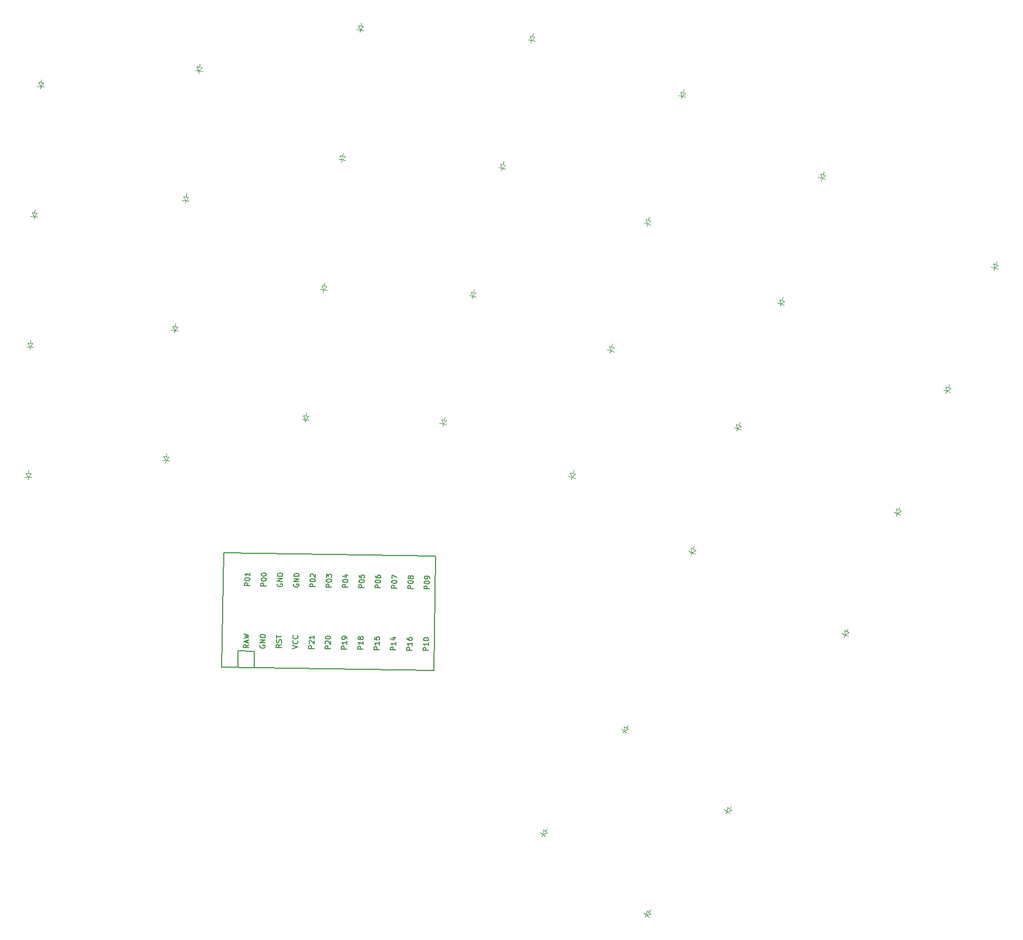
<source format=gto>
%TF.GenerationSoftware,KiCad,Pcbnew,7.0.7+dfsg-1*%
%TF.CreationDate,2024-02-08T22:24:17-07:00*%
%TF.ProjectId,Keyboard,4b657962-6f61-4726-942e-6b696361645f,v1.0.0*%
%TF.SameCoordinates,Original*%
%TF.FileFunction,Legend,Top*%
%TF.FilePolarity,Positive*%
%FSLAX46Y46*%
G04 Gerber Fmt 4.6, Leading zero omitted, Abs format (unit mm)*
G04 Created by KiCad (PCBNEW 7.0.7+dfsg-1) date 2024-02-08 22:24:17*
%MOMM*%
%LPD*%
G01*
G04 APERTURE LIST*
G04 Aperture macros list*
%AMRoundRect*
0 Rectangle with rounded corners*
0 $1 Rounding radius*
0 $2 $3 $4 $5 $6 $7 $8 $9 X,Y pos of 4 corners*
0 Add a 4 corners polygon primitive as box body*
4,1,4,$2,$3,$4,$5,$6,$7,$8,$9,$2,$3,0*
0 Add four circle primitives for the rounded corners*
1,1,$1+$1,$2,$3*
1,1,$1+$1,$4,$5*
1,1,$1+$1,$6,$7*
1,1,$1+$1,$8,$9*
0 Add four rect primitives between the rounded corners*
20,1,$1+$1,$2,$3,$4,$5,0*
20,1,$1+$1,$4,$5,$6,$7,0*
20,1,$1+$1,$6,$7,$8,$9,0*
20,1,$1+$1,$8,$9,$2,$3,0*%
%AMHorizOval*
0 Thick line with rounded ends*
0 $1 width*
0 $2 $3 position (X,Y) of the first rounded end (center of the circle)*
0 $4 $5 position (X,Y) of the second rounded end (center of the circle)*
0 Add line between two ends*
20,1,$1,$2,$3,$4,$5,0*
0 Add two circle primitives to create the rounded ends*
1,1,$1,$2,$3*
1,1,$1,$4,$5*%
%AMRotRect*
0 Rectangle, with rotation*
0 The origin of the aperture is its center*
0 $1 length*
0 $2 width*
0 $3 Rotation angle, in degrees counterclockwise*
0 Add horizontal line*
21,1,$1,$2,0,0,$3*%
G04 Aperture macros list end*
%ADD10C,0.150000*%
%ADD11C,0.100000*%
%ADD12C,1.752600*%
%ADD13RotRect,1.752600X1.752600X359.000000*%
%ADD14RoundRect,0.050000X0.575627X-0.480785X0.622729X0.417982X-0.575627X0.480785X-0.622729X-0.417982X0*%
%ADD15RoundRect,0.050000X0.841255X-0.934308X0.934308X0.841255X-0.841255X0.934308X-0.934308X-0.841255X0*%
%ADD16C,2.005000*%
%ADD17C,1.600000*%
%ADD18HorizOval,1.700000X-0.276151X0.117219X0.276151X-0.117219X0*%
%ADD19RoundRect,0.050000X0.567148X-0.490758X0.629929X0.407050X-0.567148X0.490758X-0.629929X-0.407050X0*%
%ADD20RoundRect,0.050000X0.824821X-0.948848X0.948848X0.824821X-0.824821X0.948848X-0.948848X-0.824821X0*%
%ADD21C,3.529000*%
%ADD22C,1.801800*%
%ADD23C,3.100000*%
%ADD24C,2.100000*%
%ADD25RoundRect,0.050000X0.592055X-0.460403X0.607762X0.439460X-0.592055X0.460403X-0.607762X-0.439460X0*%
%ADD26RoundRect,0.050000X0.873349X-0.904380X0.904380X0.873349X-0.873349X0.904380X-0.904380X-0.873349X0*%
%ADD27RoundRect,0.050000X0.583930X-0.470666X0.615339X0.428786X-0.583930X0.470666X-0.615339X-0.428786X0*%
%ADD28RoundRect,0.050000X0.857433X-0.919484X0.919484X0.857433X-0.857433X0.919484X-0.919484X-0.857433X0*%
%ADD29RoundRect,0.050000X0.558497X-0.500581X0.636937X0.395994X-0.558497X0.500581X-0.636937X-0.395994X0*%
%ADD30RoundRect,0.050000X0.808136X-0.963099X0.963099X0.808136X-0.808136X0.963099X-0.963099X-0.808136X0*%
%ADD31RoundRect,0.050000X0.549675X-0.510252X0.643751X0.384818X-0.549675X0.510252X-0.643751X-0.384818X0*%
%ADD32RoundRect,0.050000X0.791204X-0.977056X0.977056X0.791204X-0.791204X0.977056X-0.977056X-0.791204X0*%
%ADD33RoundRect,0.050000X0.540686X-0.519767X0.650369X0.373524X-0.540686X0.519767X-0.650369X-0.373524X0*%
%ADD34RoundRect,0.050000X0.774032X-0.990715X0.990715X0.774032X-0.774032X0.990715X-0.990715X-0.774032X0*%
%ADD35RoundRect,0.050000X0.531533X-0.529124X0.656789X0.362117X-0.531533X0.529124X-0.656789X-0.362117X0*%
%ADD36RoundRect,0.050000X0.756623X-1.004073X1.004073X0.756623X-0.756623X1.004073X-1.004073X-0.756623X0*%
%ADD37RoundRect,0.050000X0.483394X-0.573437X0.685850X0.303496X-0.483394X0.573437X-0.685850X-0.303496X0*%
%ADD38RoundRect,0.050000X0.666234X-1.066196X1.066196X0.666234X-0.666234X1.066196X-1.066196X-0.666234X0*%
%ADD39RoundRect,0.050000X0.442216X-0.605760X0.705350X0.254914X-0.442216X0.605760X-0.705350X-0.254914X0*%
%ADD40RoundRect,0.050000X0.590236X-1.110073X1.110073X0.590236X-0.590236X1.110073X-1.110073X-0.590236X0*%
%ADD41RoundRect,0.050000X0.452720X-0.597950X0.700794X0.267185X-0.452720X0.597950X-0.700794X-0.267185X0*%
%ADD42RoundRect,0.050000X0.609520X-1.099603X1.099603X0.609520X-0.609520X1.099603X-1.099603X-0.609520X0*%
%ADD43RoundRect,0.050000X0.463087X-0.589958X0.696024X0.279375X-0.463087X0.589958X-0.696024X-0.279375X0*%
%ADD44RoundRect,0.050000X0.628618X-1.088798X1.088798X0.628618X-0.628618X1.088798X-1.088798X-0.628618X0*%
%ADD45RoundRect,0.050000X0.473313X-0.581786X0.691042X0.291480X-0.473313X0.581786X-0.691042X-0.291480X0*%
%ADD46RoundRect,0.050000X0.647524X-1.077661X1.077661X0.647524X-0.647524X1.077661X-1.077661X-0.647524X0*%
%ADD47RoundRect,0.050000X0.409907X-0.628074X0.717725X0.217650X-0.409907X0.628074X-0.717725X-0.217650X0*%
%ADD48RoundRect,0.050000X0.531331X-1.139443X1.139443X0.531331X-0.531331X1.139443X-1.139443X-0.531331X0*%
%ADD49RoundRect,0.050000X0.420805X-0.620824X0.713817X0.230142X-0.420805X0.620824X-0.713817X-0.230142X0*%
%ADD50RoundRect,0.050000X0.551136X-1.129996X1.129996X0.551136X-0.551136X1.129996X-1.129996X-0.551136X0*%
%ADD51RoundRect,0.050000X0.431576X-0.613386X0.709692X0.242565X-0.431576X0.613386X-0.709692X-0.242565X0*%
%ADD52RoundRect,0.050000X0.570773X-1.120205X1.120205X0.570773X-0.570773X1.120205X-1.120205X-0.570773X0*%
%ADD53RoundRect,0.050000X0.376474X-0.648666X0.728132X0.179789X-0.376474X0.648666X-0.728132X-0.179789X0*%
%ADD54RoundRect,0.050000X0.470969X-1.165689X1.165689X0.470969X-0.470969X1.165689X-1.165689X-0.470969X0*%
%ADD55RoundRect,0.050000X0.387737X-0.641997X0.724883X0.192469X-0.387737X0.641997X-0.724883X-0.192469X0*%
%ADD56RoundRect,0.050000X0.491241X-1.157292X1.157292X0.491241X-0.491241X1.157292X-1.157292X-0.491241X0*%
%ADD57RoundRect,0.050000X0.398883X-0.635132X0.721414X0.205090X-0.398883X0.635132X-0.721414X-0.205090X0*%
%ADD58RoundRect,0.050000X0.511364X-1.148542X1.148542X0.511364X-0.511364X1.148542X-1.148542X-0.511364X0*%
%ADD59RoundRect,0.050000X0.195759X-0.724002X0.749854X-0.014792X-0.195759X0.724002X-0.749854X0.014792X0*%
%ADD60RoundRect,0.050000X0.153219X-1.247865X1.247865X0.153219X-0.153219X1.247865X-1.247865X-0.153219X0*%
%ADD61C,1.852600*%
%ADD62RoundRect,0.050000X-0.891460X-0.860873X0.860873X-0.891460X0.891460X0.860873X-0.860873X0.891460X0*%
G04 APERTURE END LIST*
D10*
X199816930Y-141202144D02*
X199017052Y-141188182D01*
X199017052Y-141188182D02*
X199022370Y-140883467D01*
X199022370Y-140883467D02*
X199061790Y-140807953D01*
X199061790Y-140807953D02*
X199100544Y-140770528D01*
X199100544Y-140770528D02*
X199177388Y-140733769D01*
X199177388Y-140733769D02*
X199291656Y-140735763D01*
X199291656Y-140735763D02*
X199367170Y-140775182D01*
X199367170Y-140775182D02*
X199404595Y-140813937D01*
X199404595Y-140813937D02*
X199441354Y-140890780D01*
X199441354Y-140890780D02*
X199436035Y-141195496D01*
X199033673Y-140235946D02*
X199035003Y-140159768D01*
X199035003Y-140159768D02*
X199074422Y-140084254D01*
X199074422Y-140084254D02*
X199113176Y-140046829D01*
X199113176Y-140046829D02*
X199190020Y-140010069D01*
X199190020Y-140010069D02*
X199343042Y-139974639D01*
X199343042Y-139974639D02*
X199533490Y-139977963D01*
X199533490Y-139977963D02*
X199685183Y-140018712D01*
X199685183Y-140018712D02*
X199760697Y-140058131D01*
X199760697Y-140058131D02*
X199798121Y-140096886D01*
X199798121Y-140096886D02*
X199834881Y-140173730D01*
X199834881Y-140173730D02*
X199833551Y-140249908D01*
X199833551Y-140249908D02*
X199794132Y-140325422D01*
X199794132Y-140325422D02*
X199755378Y-140362847D01*
X199755378Y-140362847D02*
X199678534Y-140399607D01*
X199678534Y-140399607D02*
X199525511Y-140435037D01*
X199525511Y-140435037D02*
X199335064Y-140431712D01*
X199335064Y-140431712D02*
X199183371Y-140390964D01*
X199183371Y-140390964D02*
X199107857Y-140351544D01*
X199107857Y-140351544D02*
X199070433Y-140312790D01*
X199070433Y-140312790D02*
X199033673Y-140235946D01*
X199844854Y-139602388D02*
X199847513Y-139450030D01*
X199847513Y-139450030D02*
X199810753Y-139373186D01*
X199810753Y-139373186D02*
X199773329Y-139334432D01*
X199773329Y-139334432D02*
X199660390Y-139256259D01*
X199660390Y-139256259D02*
X199508697Y-139215510D01*
X199508697Y-139215510D02*
X199203982Y-139210191D01*
X199203982Y-139210191D02*
X199127138Y-139246951D01*
X199127138Y-139246951D02*
X199088384Y-139284375D01*
X199088384Y-139284375D02*
X199048965Y-139359889D01*
X199048965Y-139359889D02*
X199046305Y-139512247D01*
X199046305Y-139512247D02*
X199083065Y-139589091D01*
X199083065Y-139589091D02*
X199120490Y-139627845D01*
X199120490Y-139627845D02*
X199196004Y-139667264D01*
X199196004Y-139667264D02*
X199386451Y-139670588D01*
X199386451Y-139670588D02*
X199463294Y-139633829D01*
X199463294Y-139633829D02*
X199502049Y-139596404D01*
X199502049Y-139596404D02*
X199541468Y-139520890D01*
X199541468Y-139520890D02*
X199544127Y-139368532D01*
X199544127Y-139368532D02*
X199507368Y-139291689D01*
X199507368Y-139291689D02*
X199469943Y-139252934D01*
X199469943Y-139252934D02*
X199394429Y-139213515D01*
X197277317Y-141157815D02*
X196477439Y-141143853D01*
X196477439Y-141143853D02*
X196482757Y-140839138D01*
X196482757Y-140839138D02*
X196522177Y-140763624D01*
X196522177Y-140763624D02*
X196560931Y-140726199D01*
X196560931Y-140726199D02*
X196637775Y-140689440D01*
X196637775Y-140689440D02*
X196752043Y-140691434D01*
X196752043Y-140691434D02*
X196827557Y-140730853D01*
X196827557Y-140730853D02*
X196864982Y-140769608D01*
X196864982Y-140769608D02*
X196901741Y-140846451D01*
X196901741Y-140846451D02*
X196896422Y-141151167D01*
X196494060Y-140191617D02*
X196495390Y-140115439D01*
X196495390Y-140115439D02*
X196534809Y-140039925D01*
X196534809Y-140039925D02*
X196573563Y-140002500D01*
X196573563Y-140002500D02*
X196650407Y-139965740D01*
X196650407Y-139965740D02*
X196803429Y-139930310D01*
X196803429Y-139930310D02*
X196993877Y-139933634D01*
X196993877Y-139933634D02*
X197145570Y-139974383D01*
X197145570Y-139974383D02*
X197221084Y-140013802D01*
X197221084Y-140013802D02*
X197258508Y-140052557D01*
X197258508Y-140052557D02*
X197295268Y-140129401D01*
X197295268Y-140129401D02*
X197293938Y-140205579D01*
X197293938Y-140205579D02*
X197254519Y-140281093D01*
X197254519Y-140281093D02*
X197215765Y-140318518D01*
X197215765Y-140318518D02*
X197138921Y-140355278D01*
X197138921Y-140355278D02*
X196985898Y-140390708D01*
X196985898Y-140390708D02*
X196795451Y-140387383D01*
X196795451Y-140387383D02*
X196643758Y-140346635D01*
X196643758Y-140346635D02*
X196568244Y-140307215D01*
X196568244Y-140307215D02*
X196530820Y-140268461D01*
X196530820Y-140268461D02*
X196494060Y-140191617D01*
X196849497Y-139473902D02*
X196810078Y-139549416D01*
X196810078Y-139549416D02*
X196771324Y-139586840D01*
X196771324Y-139586840D02*
X196694480Y-139623600D01*
X196694480Y-139623600D02*
X196656391Y-139622935D01*
X196656391Y-139622935D02*
X196580877Y-139583516D01*
X196580877Y-139583516D02*
X196543452Y-139544762D01*
X196543452Y-139544762D02*
X196506692Y-139467918D01*
X196506692Y-139467918D02*
X196509352Y-139315560D01*
X196509352Y-139315560D02*
X196548771Y-139240046D01*
X196548771Y-139240046D02*
X196587525Y-139202622D01*
X196587525Y-139202622D02*
X196664369Y-139165862D01*
X196664369Y-139165862D02*
X196702458Y-139166527D01*
X196702458Y-139166527D02*
X196777972Y-139205946D01*
X196777972Y-139205946D02*
X196815397Y-139244700D01*
X196815397Y-139244700D02*
X196852157Y-139321544D01*
X196852157Y-139321544D02*
X196849497Y-139473902D01*
X196849497Y-139473902D02*
X196886257Y-139550745D01*
X196886257Y-139550745D02*
X196923681Y-139589500D01*
X196923681Y-139589500D02*
X196999195Y-139628919D01*
X196999195Y-139628919D02*
X197151553Y-139631578D01*
X197151553Y-139631578D02*
X197228397Y-139594818D01*
X197228397Y-139594818D02*
X197267151Y-139557394D01*
X197267151Y-139557394D02*
X197306570Y-139481880D01*
X197306570Y-139481880D02*
X197309230Y-139329522D01*
X197309230Y-139329522D02*
X197272470Y-139252678D01*
X197272470Y-139252678D02*
X197235045Y-139213924D01*
X197235045Y-139213924D02*
X197159531Y-139174505D01*
X197159531Y-139174505D02*
X197007174Y-139171846D01*
X197007174Y-139171846D02*
X196930330Y-139208605D01*
X196930330Y-139208605D02*
X196891576Y-139246030D01*
X196891576Y-139246030D02*
X196852157Y-139321544D01*
X194737704Y-141113486D02*
X193937826Y-141099524D01*
X193937826Y-141099524D02*
X193943144Y-140794809D01*
X193943144Y-140794809D02*
X193982564Y-140719295D01*
X193982564Y-140719295D02*
X194021318Y-140681870D01*
X194021318Y-140681870D02*
X194098162Y-140645111D01*
X194098162Y-140645111D02*
X194212430Y-140647105D01*
X194212430Y-140647105D02*
X194287944Y-140686524D01*
X194287944Y-140686524D02*
X194325369Y-140725279D01*
X194325369Y-140725279D02*
X194362128Y-140802122D01*
X194362128Y-140802122D02*
X194356809Y-141106838D01*
X193954447Y-140147288D02*
X193955777Y-140071110D01*
X193955777Y-140071110D02*
X193995196Y-139995596D01*
X193995196Y-139995596D02*
X194033950Y-139958171D01*
X194033950Y-139958171D02*
X194110794Y-139921411D01*
X194110794Y-139921411D02*
X194263816Y-139885981D01*
X194263816Y-139885981D02*
X194454264Y-139889305D01*
X194454264Y-139889305D02*
X194605957Y-139930054D01*
X194605957Y-139930054D02*
X194681471Y-139969473D01*
X194681471Y-139969473D02*
X194718895Y-140008228D01*
X194718895Y-140008228D02*
X194755655Y-140085072D01*
X194755655Y-140085072D02*
X194754325Y-140161250D01*
X194754325Y-140161250D02*
X194714906Y-140236764D01*
X194714906Y-140236764D02*
X194676152Y-140274189D01*
X194676152Y-140274189D02*
X194599308Y-140310949D01*
X194599308Y-140310949D02*
X194446285Y-140346379D01*
X194446285Y-140346379D02*
X194255838Y-140343054D01*
X194255838Y-140343054D02*
X194104145Y-140302306D01*
X194104145Y-140302306D02*
X194028631Y-140262886D01*
X194028631Y-140262886D02*
X193991207Y-140224132D01*
X193991207Y-140224132D02*
X193954447Y-140147288D01*
X193963755Y-139614036D02*
X193973063Y-139080784D01*
X193973063Y-139080784D02*
X194766957Y-139437551D01*
X192198090Y-141069157D02*
X191398212Y-141055195D01*
X191398212Y-141055195D02*
X191403530Y-140750480D01*
X191403530Y-140750480D02*
X191442950Y-140674966D01*
X191442950Y-140674966D02*
X191481704Y-140637541D01*
X191481704Y-140637541D02*
X191558548Y-140600782D01*
X191558548Y-140600782D02*
X191672816Y-140602776D01*
X191672816Y-140602776D02*
X191748330Y-140642195D01*
X191748330Y-140642195D02*
X191785755Y-140680950D01*
X191785755Y-140680950D02*
X191822514Y-140757793D01*
X191822514Y-140757793D02*
X191817195Y-141062509D01*
X191414833Y-140102959D02*
X191416163Y-140026781D01*
X191416163Y-140026781D02*
X191455582Y-139951267D01*
X191455582Y-139951267D02*
X191494336Y-139913842D01*
X191494336Y-139913842D02*
X191571180Y-139877082D01*
X191571180Y-139877082D02*
X191724202Y-139841652D01*
X191724202Y-139841652D02*
X191914650Y-139844976D01*
X191914650Y-139844976D02*
X192066343Y-139885725D01*
X192066343Y-139885725D02*
X192141857Y-139925144D01*
X192141857Y-139925144D02*
X192179281Y-139963899D01*
X192179281Y-139963899D02*
X192216041Y-140040743D01*
X192216041Y-140040743D02*
X192214711Y-140116921D01*
X192214711Y-140116921D02*
X192175292Y-140192435D01*
X192175292Y-140192435D02*
X192136538Y-140229860D01*
X192136538Y-140229860D02*
X192059694Y-140266620D01*
X192059694Y-140266620D02*
X191906671Y-140302050D01*
X191906671Y-140302050D02*
X191716224Y-140298725D01*
X191716224Y-140298725D02*
X191564531Y-140257977D01*
X191564531Y-140257977D02*
X191489017Y-140218557D01*
X191489017Y-140218557D02*
X191451593Y-140179803D01*
X191451593Y-140179803D02*
X191414833Y-140102959D01*
X191431454Y-139150723D02*
X191428795Y-139303081D01*
X191428795Y-139303081D02*
X191465555Y-139379925D01*
X191465555Y-139379925D02*
X191502979Y-139418679D01*
X191502979Y-139418679D02*
X191615918Y-139496853D01*
X191615918Y-139496853D02*
X191767611Y-139537601D01*
X191767611Y-139537601D02*
X192072326Y-139542920D01*
X192072326Y-139542920D02*
X192149170Y-139506160D01*
X192149170Y-139506160D02*
X192187924Y-139468736D01*
X192187924Y-139468736D02*
X192227343Y-139393222D01*
X192227343Y-139393222D02*
X192230003Y-139240864D01*
X192230003Y-139240864D02*
X192193243Y-139164020D01*
X192193243Y-139164020D02*
X192155818Y-139125266D01*
X192155818Y-139125266D02*
X192080304Y-139085847D01*
X192080304Y-139085847D02*
X191889857Y-139082523D01*
X191889857Y-139082523D02*
X191813014Y-139119282D01*
X191813014Y-139119282D02*
X191774259Y-139156707D01*
X191774259Y-139156707D02*
X191734840Y-139232221D01*
X191734840Y-139232221D02*
X191732181Y-139384579D01*
X191732181Y-139384579D02*
X191768940Y-139461422D01*
X191768940Y-139461422D02*
X191806365Y-139500177D01*
X191806365Y-139500177D02*
X191881879Y-139539596D01*
X189658477Y-141024828D02*
X188858599Y-141010866D01*
X188858599Y-141010866D02*
X188863917Y-140706151D01*
X188863917Y-140706151D02*
X188903337Y-140630637D01*
X188903337Y-140630637D02*
X188942091Y-140593212D01*
X188942091Y-140593212D02*
X189018935Y-140556453D01*
X189018935Y-140556453D02*
X189133203Y-140558447D01*
X189133203Y-140558447D02*
X189208717Y-140597866D01*
X189208717Y-140597866D02*
X189246142Y-140636621D01*
X189246142Y-140636621D02*
X189282901Y-140713464D01*
X189282901Y-140713464D02*
X189277582Y-141018180D01*
X188875220Y-140058630D02*
X188876550Y-139982452D01*
X188876550Y-139982452D02*
X188915969Y-139906938D01*
X188915969Y-139906938D02*
X188954723Y-139869513D01*
X188954723Y-139869513D02*
X189031567Y-139832753D01*
X189031567Y-139832753D02*
X189184589Y-139797323D01*
X189184589Y-139797323D02*
X189375037Y-139800647D01*
X189375037Y-139800647D02*
X189526730Y-139841396D01*
X189526730Y-139841396D02*
X189602244Y-139880815D01*
X189602244Y-139880815D02*
X189639668Y-139919570D01*
X189639668Y-139919570D02*
X189676428Y-139996414D01*
X189676428Y-139996414D02*
X189675098Y-140072592D01*
X189675098Y-140072592D02*
X189635679Y-140148106D01*
X189635679Y-140148106D02*
X189596925Y-140185531D01*
X189596925Y-140185531D02*
X189520081Y-140222291D01*
X189520081Y-140222291D02*
X189367058Y-140257721D01*
X189367058Y-140257721D02*
X189176611Y-140254396D01*
X189176611Y-140254396D02*
X189024918Y-140213648D01*
X189024918Y-140213648D02*
X188949404Y-140174228D01*
X188949404Y-140174228D02*
X188911980Y-140135474D01*
X188911980Y-140135474D02*
X188875220Y-140058630D01*
X188892506Y-139068305D02*
X188885858Y-139449199D01*
X188885858Y-139449199D02*
X189266087Y-139493937D01*
X189266087Y-139493937D02*
X189228663Y-139455183D01*
X189228663Y-139455183D02*
X189191903Y-139378339D01*
X189191903Y-139378339D02*
X189195227Y-139187892D01*
X189195227Y-139187892D02*
X189234646Y-139112378D01*
X189234646Y-139112378D02*
X189273401Y-139074953D01*
X189273401Y-139074953D02*
X189350244Y-139038194D01*
X189350244Y-139038194D02*
X189540691Y-139041518D01*
X189540691Y-139041518D02*
X189616205Y-139080937D01*
X189616205Y-139080937D02*
X189653630Y-139119691D01*
X189653630Y-139119691D02*
X189690390Y-139196535D01*
X189690390Y-139196535D02*
X189687065Y-139386982D01*
X189687065Y-139386982D02*
X189647646Y-139462496D01*
X189647646Y-139462496D02*
X189608892Y-139499921D01*
X187118864Y-140980499D02*
X186318986Y-140966537D01*
X186318986Y-140966537D02*
X186324304Y-140661822D01*
X186324304Y-140661822D02*
X186363724Y-140586308D01*
X186363724Y-140586308D02*
X186402478Y-140548883D01*
X186402478Y-140548883D02*
X186479322Y-140512124D01*
X186479322Y-140512124D02*
X186593590Y-140514118D01*
X186593590Y-140514118D02*
X186669104Y-140553537D01*
X186669104Y-140553537D02*
X186706529Y-140592292D01*
X186706529Y-140592292D02*
X186743288Y-140669135D01*
X186743288Y-140669135D02*
X186737969Y-140973851D01*
X186335607Y-140014301D02*
X186336937Y-139938123D01*
X186336937Y-139938123D02*
X186376356Y-139862609D01*
X186376356Y-139862609D02*
X186415110Y-139825184D01*
X186415110Y-139825184D02*
X186491954Y-139788424D01*
X186491954Y-139788424D02*
X186644976Y-139752994D01*
X186644976Y-139752994D02*
X186835424Y-139756318D01*
X186835424Y-139756318D02*
X186987117Y-139797067D01*
X186987117Y-139797067D02*
X187062631Y-139836486D01*
X187062631Y-139836486D02*
X187100055Y-139875241D01*
X187100055Y-139875241D02*
X187136815Y-139952085D01*
X187136815Y-139952085D02*
X187135485Y-140028263D01*
X187135485Y-140028263D02*
X187096066Y-140103777D01*
X187096066Y-140103777D02*
X187057312Y-140141202D01*
X187057312Y-140141202D02*
X186980468Y-140177962D01*
X186980468Y-140177962D02*
X186827445Y-140213392D01*
X186827445Y-140213392D02*
X186636998Y-140210067D01*
X186636998Y-140210067D02*
X186485305Y-140169319D01*
X186485305Y-140169319D02*
X186409791Y-140129899D01*
X186409791Y-140129899D02*
X186372367Y-140091145D01*
X186372367Y-140091145D02*
X186335607Y-140014301D01*
X186618854Y-139066719D02*
X187152106Y-139076027D01*
X186310815Y-139251848D02*
X186878832Y-139452268D01*
X186878832Y-139452268D02*
X186887475Y-138957105D01*
X184579251Y-140936170D02*
X183779373Y-140922208D01*
X183779373Y-140922208D02*
X183784691Y-140617493D01*
X183784691Y-140617493D02*
X183824111Y-140541979D01*
X183824111Y-140541979D02*
X183862865Y-140504554D01*
X183862865Y-140504554D02*
X183939709Y-140467795D01*
X183939709Y-140467795D02*
X184053977Y-140469789D01*
X184053977Y-140469789D02*
X184129491Y-140509208D01*
X184129491Y-140509208D02*
X184166916Y-140547963D01*
X184166916Y-140547963D02*
X184203675Y-140624806D01*
X184203675Y-140624806D02*
X184198356Y-140929522D01*
X183795994Y-139969972D02*
X183797324Y-139893794D01*
X183797324Y-139893794D02*
X183836743Y-139818280D01*
X183836743Y-139818280D02*
X183875497Y-139780855D01*
X183875497Y-139780855D02*
X183952341Y-139744095D01*
X183952341Y-139744095D02*
X184105363Y-139708665D01*
X184105363Y-139708665D02*
X184295811Y-139711989D01*
X184295811Y-139711989D02*
X184447504Y-139752738D01*
X184447504Y-139752738D02*
X184523018Y-139792157D01*
X184523018Y-139792157D02*
X184560442Y-139830912D01*
X184560442Y-139830912D02*
X184597202Y-139907756D01*
X184597202Y-139907756D02*
X184595872Y-139983934D01*
X184595872Y-139983934D02*
X184556453Y-140059448D01*
X184556453Y-140059448D02*
X184517699Y-140096873D01*
X184517699Y-140096873D02*
X184440855Y-140133633D01*
X184440855Y-140133633D02*
X184287832Y-140169063D01*
X184287832Y-140169063D02*
X184097385Y-140165738D01*
X184097385Y-140165738D02*
X183945692Y-140124990D01*
X183945692Y-140124990D02*
X183870178Y-140085570D01*
X183870178Y-140085570D02*
X183832754Y-140046816D01*
X183832754Y-140046816D02*
X183795994Y-139969972D01*
X183805302Y-139436720D02*
X183813945Y-138941557D01*
X183813945Y-138941557D02*
X184114007Y-139213502D01*
X184114007Y-139213502D02*
X184116001Y-139099234D01*
X184116001Y-139099234D02*
X184155420Y-139023720D01*
X184155420Y-139023720D02*
X184194175Y-138986295D01*
X184194175Y-138986295D02*
X184271018Y-138949536D01*
X184271018Y-138949536D02*
X184461465Y-138952860D01*
X184461465Y-138952860D02*
X184536979Y-138992279D01*
X184536979Y-138992279D02*
X184574404Y-139031033D01*
X184574404Y-139031033D02*
X184611164Y-139107877D01*
X184611164Y-139107877D02*
X184607175Y-139336414D01*
X184607175Y-139336414D02*
X184567755Y-139411928D01*
X184567755Y-139411928D02*
X184529001Y-139449352D01*
X182039638Y-140891840D02*
X181239760Y-140877878D01*
X181239760Y-140877878D02*
X181245078Y-140573163D01*
X181245078Y-140573163D02*
X181284498Y-140497649D01*
X181284498Y-140497649D02*
X181323252Y-140460224D01*
X181323252Y-140460224D02*
X181400096Y-140423465D01*
X181400096Y-140423465D02*
X181514364Y-140425459D01*
X181514364Y-140425459D02*
X181589878Y-140464878D01*
X181589878Y-140464878D02*
X181627303Y-140503633D01*
X181627303Y-140503633D02*
X181664062Y-140580476D01*
X181664062Y-140580476D02*
X181658743Y-140885192D01*
X181256381Y-139925642D02*
X181257711Y-139849464D01*
X181257711Y-139849464D02*
X181297130Y-139773950D01*
X181297130Y-139773950D02*
X181335884Y-139736525D01*
X181335884Y-139736525D02*
X181412728Y-139699765D01*
X181412728Y-139699765D02*
X181565750Y-139664335D01*
X181565750Y-139664335D02*
X181756198Y-139667659D01*
X181756198Y-139667659D02*
X181907891Y-139708408D01*
X181907891Y-139708408D02*
X181983405Y-139747827D01*
X181983405Y-139747827D02*
X182020829Y-139786582D01*
X182020829Y-139786582D02*
X182057589Y-139863426D01*
X182057589Y-139863426D02*
X182056259Y-139939604D01*
X182056259Y-139939604D02*
X182016840Y-140015118D01*
X182016840Y-140015118D02*
X181978086Y-140052543D01*
X181978086Y-140052543D02*
X181901242Y-140089303D01*
X181901242Y-140089303D02*
X181748219Y-140124733D01*
X181748219Y-140124733D02*
X181557772Y-140121408D01*
X181557772Y-140121408D02*
X181406079Y-140080660D01*
X181406079Y-140080660D02*
X181330565Y-140041240D01*
X181330565Y-140041240D02*
X181293141Y-140002486D01*
X181293141Y-140002486D02*
X181256381Y-139925642D01*
X181342533Y-139355630D02*
X181305108Y-139316876D01*
X181305108Y-139316876D02*
X181268348Y-139240032D01*
X181268348Y-139240032D02*
X181271673Y-139049585D01*
X181271673Y-139049585D02*
X181311092Y-138974071D01*
X181311092Y-138974071D02*
X181349846Y-138936647D01*
X181349846Y-138936647D02*
X181426690Y-138899887D01*
X181426690Y-138899887D02*
X181502869Y-138901217D01*
X181502869Y-138901217D02*
X181616472Y-138941301D01*
X181616472Y-138941301D02*
X182065567Y-139406352D01*
X182065567Y-139406352D02*
X182074210Y-138911189D01*
X178744552Y-140472364D02*
X178705133Y-140547878D01*
X178705133Y-140547878D02*
X178703138Y-140662146D01*
X178703138Y-140662146D02*
X178739233Y-140777079D01*
X178739233Y-140777079D02*
X178814083Y-140854588D01*
X178814083Y-140854588D02*
X178889597Y-140894007D01*
X178889597Y-140894007D02*
X179041289Y-140934756D01*
X179041289Y-140934756D02*
X179155558Y-140936750D01*
X179155558Y-140936750D02*
X179308580Y-140901320D01*
X179308580Y-140901320D02*
X179385424Y-140864561D01*
X179385424Y-140864561D02*
X179462933Y-140789711D01*
X179462933Y-140789711D02*
X179503017Y-140676108D01*
X179503017Y-140676108D02*
X179504346Y-140599929D01*
X179504346Y-140599929D02*
X179468251Y-140484996D01*
X179468251Y-140484996D02*
X179430827Y-140446242D01*
X179430827Y-140446242D02*
X179164201Y-140441588D01*
X179164201Y-140441588D02*
X179161541Y-140593945D01*
X179512989Y-140104766D02*
X178713111Y-140090804D01*
X178713111Y-140090804D02*
X179520968Y-139647693D01*
X179520968Y-139647693D02*
X178721090Y-139633731D01*
X179527616Y-139266799D02*
X178727738Y-139252837D01*
X178727738Y-139252837D02*
X178731062Y-139062390D01*
X178731062Y-139062390D02*
X178771146Y-138948787D01*
X178771146Y-138948787D02*
X178848655Y-138873937D01*
X178848655Y-138873937D02*
X178925499Y-138837178D01*
X178925499Y-138837178D02*
X179078521Y-138801748D01*
X179078521Y-138801748D02*
X179192790Y-138803742D01*
X179192790Y-138803742D02*
X179344482Y-138844491D01*
X179344482Y-138844491D02*
X179419996Y-138883910D01*
X179419996Y-138883910D02*
X179494846Y-138961419D01*
X179494846Y-138961419D02*
X179530940Y-139076352D01*
X179530940Y-139076352D02*
X179527616Y-139266799D01*
X176204939Y-140428035D02*
X176165520Y-140503549D01*
X176165520Y-140503549D02*
X176163525Y-140617817D01*
X176163525Y-140617817D02*
X176199620Y-140732750D01*
X176199620Y-140732750D02*
X176274470Y-140810259D01*
X176274470Y-140810259D02*
X176349984Y-140849678D01*
X176349984Y-140849678D02*
X176501676Y-140890427D01*
X176501676Y-140890427D02*
X176615945Y-140892421D01*
X176615945Y-140892421D02*
X176768967Y-140856991D01*
X176768967Y-140856991D02*
X176845811Y-140820232D01*
X176845811Y-140820232D02*
X176923320Y-140745382D01*
X176923320Y-140745382D02*
X176963404Y-140631779D01*
X176963404Y-140631779D02*
X176964733Y-140555600D01*
X176964733Y-140555600D02*
X176928638Y-140440667D01*
X176928638Y-140440667D02*
X176891214Y-140401913D01*
X176891214Y-140401913D02*
X176624588Y-140397259D01*
X176624588Y-140397259D02*
X176621928Y-140549616D01*
X176973376Y-140060437D02*
X176173498Y-140046475D01*
X176173498Y-140046475D02*
X176981355Y-139603364D01*
X176981355Y-139603364D02*
X176181477Y-139589402D01*
X176988003Y-139222470D02*
X176188125Y-139208508D01*
X176188125Y-139208508D02*
X176191449Y-139018061D01*
X176191449Y-139018061D02*
X176231533Y-138904458D01*
X176231533Y-138904458D02*
X176309042Y-138829608D01*
X176309042Y-138829608D02*
X176385886Y-138792849D01*
X176385886Y-138792849D02*
X176538908Y-138757419D01*
X176538908Y-138757419D02*
X176653177Y-138759413D01*
X176653177Y-138759413D02*
X176804869Y-138800162D01*
X176804869Y-138800162D02*
X176880383Y-138839581D01*
X176880383Y-138839581D02*
X176955233Y-138917090D01*
X176955233Y-138917090D02*
X176991327Y-139032023D01*
X176991327Y-139032023D02*
X176988003Y-139222470D01*
X174420798Y-140758853D02*
X173620920Y-140744891D01*
X173620920Y-140744891D02*
X173626238Y-140440176D01*
X173626238Y-140440176D02*
X173665658Y-140364662D01*
X173665658Y-140364662D02*
X173704412Y-140327237D01*
X173704412Y-140327237D02*
X173781256Y-140290478D01*
X173781256Y-140290478D02*
X173895524Y-140292472D01*
X173895524Y-140292472D02*
X173971038Y-140331891D01*
X173971038Y-140331891D02*
X174008463Y-140370646D01*
X174008463Y-140370646D02*
X174045222Y-140447489D01*
X174045222Y-140447489D02*
X174039903Y-140752205D01*
X173637541Y-139792655D02*
X173638871Y-139716477D01*
X173638871Y-139716477D02*
X173678290Y-139640963D01*
X173678290Y-139640963D02*
X173717044Y-139603538D01*
X173717044Y-139603538D02*
X173793888Y-139566778D01*
X173793888Y-139566778D02*
X173946910Y-139531348D01*
X173946910Y-139531348D02*
X174137358Y-139534672D01*
X174137358Y-139534672D02*
X174289051Y-139575421D01*
X174289051Y-139575421D02*
X174364565Y-139614840D01*
X174364565Y-139614840D02*
X174401989Y-139653595D01*
X174401989Y-139653595D02*
X174438749Y-139730439D01*
X174438749Y-139730439D02*
X174437419Y-139806617D01*
X174437419Y-139806617D02*
X174398000Y-139882131D01*
X174398000Y-139882131D02*
X174359246Y-139919556D01*
X174359246Y-139919556D02*
X174282402Y-139956316D01*
X174282402Y-139956316D02*
X174129379Y-139991746D01*
X174129379Y-139991746D02*
X173938932Y-139988421D01*
X173938932Y-139988421D02*
X173787239Y-139947673D01*
X173787239Y-139947673D02*
X173711725Y-139908253D01*
X173711725Y-139908253D02*
X173674301Y-139869499D01*
X173674301Y-139869499D02*
X173637541Y-139792655D01*
X173650838Y-139030866D02*
X173652168Y-138954688D01*
X173652168Y-138954688D02*
X173691587Y-138879174D01*
X173691587Y-138879174D02*
X173730341Y-138841749D01*
X173730341Y-138841749D02*
X173807185Y-138804989D01*
X173807185Y-138804989D02*
X173960208Y-138769559D01*
X173960208Y-138769559D02*
X174150655Y-138772884D01*
X174150655Y-138772884D02*
X174302348Y-138813632D01*
X174302348Y-138813632D02*
X174377862Y-138853052D01*
X174377862Y-138853052D02*
X174415286Y-138891806D01*
X174415286Y-138891806D02*
X174452046Y-138968650D01*
X174452046Y-138968650D02*
X174450716Y-139044828D01*
X174450716Y-139044828D02*
X174411297Y-139120342D01*
X174411297Y-139120342D02*
X174372543Y-139157767D01*
X174372543Y-139157767D02*
X174295699Y-139194527D01*
X174295699Y-139194527D02*
X174142676Y-139229957D01*
X174142676Y-139229957D02*
X173952229Y-139226633D01*
X173952229Y-139226633D02*
X173800536Y-139185884D01*
X173800536Y-139185884D02*
X173725022Y-139146465D01*
X173725022Y-139146465D02*
X173687598Y-139107710D01*
X173687598Y-139107710D02*
X173650838Y-139030866D01*
X171881185Y-140714524D02*
X171081307Y-140700562D01*
X171081307Y-140700562D02*
X171086625Y-140395847D01*
X171086625Y-140395847D02*
X171126045Y-140320333D01*
X171126045Y-140320333D02*
X171164799Y-140282908D01*
X171164799Y-140282908D02*
X171241643Y-140246149D01*
X171241643Y-140246149D02*
X171355911Y-140248143D01*
X171355911Y-140248143D02*
X171431425Y-140287562D01*
X171431425Y-140287562D02*
X171468850Y-140326317D01*
X171468850Y-140326317D02*
X171505609Y-140403160D01*
X171505609Y-140403160D02*
X171500290Y-140707876D01*
X171097928Y-139748326D02*
X171099258Y-139672148D01*
X171099258Y-139672148D02*
X171138677Y-139596634D01*
X171138677Y-139596634D02*
X171177431Y-139559209D01*
X171177431Y-139559209D02*
X171254275Y-139522449D01*
X171254275Y-139522449D02*
X171407297Y-139487019D01*
X171407297Y-139487019D02*
X171597745Y-139490343D01*
X171597745Y-139490343D02*
X171749438Y-139531092D01*
X171749438Y-139531092D02*
X171824952Y-139570511D01*
X171824952Y-139570511D02*
X171862376Y-139609266D01*
X171862376Y-139609266D02*
X171899136Y-139686110D01*
X171899136Y-139686110D02*
X171897806Y-139762288D01*
X171897806Y-139762288D02*
X171858387Y-139837802D01*
X171858387Y-139837802D02*
X171819633Y-139875227D01*
X171819633Y-139875227D02*
X171742789Y-139911987D01*
X171742789Y-139911987D02*
X171589766Y-139947417D01*
X171589766Y-139947417D02*
X171399319Y-139944092D01*
X171399319Y-139944092D02*
X171247626Y-139903344D01*
X171247626Y-139903344D02*
X171172112Y-139863924D01*
X171172112Y-139863924D02*
X171134688Y-139825170D01*
X171134688Y-139825170D02*
X171097928Y-139748326D01*
X171915757Y-138733873D02*
X171907779Y-139190947D01*
X171911768Y-138962410D02*
X171111890Y-138948448D01*
X171111890Y-138948448D02*
X171224829Y-139026621D01*
X171224829Y-139026621D02*
X171299678Y-139104130D01*
X171299678Y-139104130D02*
X171336437Y-139180974D01*
X199649387Y-150800682D02*
X198849509Y-150786720D01*
X198849509Y-150786720D02*
X198854827Y-150482005D01*
X198854827Y-150482005D02*
X198894247Y-150406491D01*
X198894247Y-150406491D02*
X198933001Y-150369066D01*
X198933001Y-150369066D02*
X199009845Y-150332307D01*
X199009845Y-150332307D02*
X199124113Y-150334301D01*
X199124113Y-150334301D02*
X199199627Y-150373720D01*
X199199627Y-150373720D02*
X199237052Y-150412475D01*
X199237052Y-150412475D02*
X199273811Y-150489318D01*
X199273811Y-150489318D02*
X199268492Y-150794034D01*
X199670662Y-149581820D02*
X199662684Y-150038894D01*
X199666673Y-149810357D02*
X198866795Y-149796395D01*
X198866795Y-149796395D02*
X198979733Y-149874568D01*
X198979733Y-149874568D02*
X199054583Y-149952077D01*
X199054583Y-149952077D02*
X199091342Y-150028921D01*
X198879427Y-149072695D02*
X198880757Y-148996517D01*
X198880757Y-148996517D02*
X198920176Y-148921003D01*
X198920176Y-148921003D02*
X198958930Y-148883578D01*
X198958930Y-148883578D02*
X199035774Y-148846818D01*
X199035774Y-148846818D02*
X199188797Y-148811388D01*
X199188797Y-148811388D02*
X199379244Y-148814713D01*
X199379244Y-148814713D02*
X199530937Y-148855461D01*
X199530937Y-148855461D02*
X199606451Y-148894881D01*
X199606451Y-148894881D02*
X199643875Y-148933635D01*
X199643875Y-148933635D02*
X199680635Y-149010479D01*
X199680635Y-149010479D02*
X199679305Y-149086657D01*
X199679305Y-149086657D02*
X199639886Y-149162171D01*
X199639886Y-149162171D02*
X199601132Y-149199596D01*
X199601132Y-149199596D02*
X199524288Y-149236356D01*
X199524288Y-149236356D02*
X199371265Y-149271786D01*
X199371265Y-149271786D02*
X199180818Y-149268462D01*
X199180818Y-149268462D02*
X199029125Y-149227713D01*
X199029125Y-149227713D02*
X198953611Y-149188294D01*
X198953611Y-149188294D02*
X198916187Y-149149539D01*
X198916187Y-149149539D02*
X198879427Y-149072695D01*
X197109774Y-150756353D02*
X196309896Y-150742391D01*
X196309896Y-150742391D02*
X196315214Y-150437676D01*
X196315214Y-150437676D02*
X196354634Y-150362162D01*
X196354634Y-150362162D02*
X196393388Y-150324737D01*
X196393388Y-150324737D02*
X196470232Y-150287978D01*
X196470232Y-150287978D02*
X196584500Y-150289972D01*
X196584500Y-150289972D02*
X196660014Y-150329391D01*
X196660014Y-150329391D02*
X196697439Y-150368146D01*
X196697439Y-150368146D02*
X196734198Y-150444989D01*
X196734198Y-150444989D02*
X196728879Y-150749705D01*
X197131049Y-149537491D02*
X197123071Y-149994565D01*
X197127060Y-149766028D02*
X196327182Y-149752066D01*
X196327182Y-149752066D02*
X196440120Y-149830239D01*
X196440120Y-149830239D02*
X196514970Y-149907748D01*
X196514970Y-149907748D02*
X196551729Y-149984592D01*
X196343138Y-148837919D02*
X196340479Y-148990277D01*
X196340479Y-148990277D02*
X196377239Y-149067121D01*
X196377239Y-149067121D02*
X196414663Y-149105875D01*
X196414663Y-149105875D02*
X196527602Y-149184049D01*
X196527602Y-149184049D02*
X196679295Y-149224797D01*
X196679295Y-149224797D02*
X196984010Y-149230116D01*
X196984010Y-149230116D02*
X197060854Y-149193356D01*
X197060854Y-149193356D02*
X197099608Y-149155932D01*
X197099608Y-149155932D02*
X197139027Y-149080418D01*
X197139027Y-149080418D02*
X197141687Y-148928060D01*
X197141687Y-148928060D02*
X197104927Y-148851216D01*
X197104927Y-148851216D02*
X197067502Y-148812462D01*
X197067502Y-148812462D02*
X196991988Y-148773043D01*
X196991988Y-148773043D02*
X196801541Y-148769719D01*
X196801541Y-148769719D02*
X196724698Y-148806478D01*
X196724698Y-148806478D02*
X196685943Y-148843903D01*
X196685943Y-148843903D02*
X196646524Y-148919417D01*
X196646524Y-148919417D02*
X196643865Y-149071775D01*
X196643865Y-149071775D02*
X196680624Y-149148618D01*
X196680624Y-149148618D02*
X196718049Y-149187373D01*
X196718049Y-149187373D02*
X196793563Y-149226792D01*
X194570160Y-150712024D02*
X193770282Y-150698062D01*
X193770282Y-150698062D02*
X193775600Y-150393347D01*
X193775600Y-150393347D02*
X193815020Y-150317833D01*
X193815020Y-150317833D02*
X193853774Y-150280408D01*
X193853774Y-150280408D02*
X193930618Y-150243649D01*
X193930618Y-150243649D02*
X194044886Y-150245643D01*
X194044886Y-150245643D02*
X194120400Y-150285062D01*
X194120400Y-150285062D02*
X194157825Y-150323817D01*
X194157825Y-150323817D02*
X194194584Y-150400660D01*
X194194584Y-150400660D02*
X194189265Y-150705376D01*
X194591435Y-149493162D02*
X194583457Y-149950236D01*
X194587446Y-149721699D02*
X193787568Y-149707737D01*
X193787568Y-149707737D02*
X193900506Y-149785910D01*
X193900506Y-149785910D02*
X193975356Y-149863419D01*
X193975356Y-149863419D02*
X194012115Y-149940263D01*
X194070150Y-148798244D02*
X194603402Y-148807552D01*
X193762111Y-148983373D02*
X194330128Y-149183793D01*
X194330128Y-149183793D02*
X194338771Y-148688630D01*
X192030547Y-150667695D02*
X191230669Y-150653733D01*
X191230669Y-150653733D02*
X191235987Y-150349018D01*
X191235987Y-150349018D02*
X191275407Y-150273504D01*
X191275407Y-150273504D02*
X191314161Y-150236079D01*
X191314161Y-150236079D02*
X191391005Y-150199320D01*
X191391005Y-150199320D02*
X191505273Y-150201314D01*
X191505273Y-150201314D02*
X191580787Y-150240733D01*
X191580787Y-150240733D02*
X191618212Y-150279488D01*
X191618212Y-150279488D02*
X191654971Y-150356331D01*
X191654971Y-150356331D02*
X191649652Y-150661047D01*
X192051822Y-149448833D02*
X192043844Y-149905907D01*
X192047833Y-149677370D02*
X191247955Y-149663408D01*
X191247955Y-149663408D02*
X191360893Y-149741581D01*
X191360893Y-149741581D02*
X191435743Y-149819090D01*
X191435743Y-149819090D02*
X191472502Y-149895934D01*
X191264576Y-148711172D02*
X191257928Y-149092066D01*
X191257928Y-149092066D02*
X191638157Y-149136804D01*
X191638157Y-149136804D02*
X191600733Y-149098050D01*
X191600733Y-149098050D02*
X191563973Y-149021206D01*
X191563973Y-149021206D02*
X191567297Y-148830759D01*
X191567297Y-148830759D02*
X191606716Y-148755245D01*
X191606716Y-148755245D02*
X191645471Y-148717820D01*
X191645471Y-148717820D02*
X191722314Y-148681061D01*
X191722314Y-148681061D02*
X191912761Y-148684385D01*
X191912761Y-148684385D02*
X191988275Y-148723804D01*
X191988275Y-148723804D02*
X192025700Y-148762558D01*
X192025700Y-148762558D02*
X192062460Y-148839402D01*
X192062460Y-148839402D02*
X192059135Y-149029849D01*
X192059135Y-149029849D02*
X192019716Y-149105363D01*
X192019716Y-149105363D02*
X191980962Y-149142788D01*
X189490934Y-150623366D02*
X188691056Y-150609404D01*
X188691056Y-150609404D02*
X188696374Y-150304689D01*
X188696374Y-150304689D02*
X188735794Y-150229175D01*
X188735794Y-150229175D02*
X188774548Y-150191750D01*
X188774548Y-150191750D02*
X188851392Y-150154991D01*
X188851392Y-150154991D02*
X188965660Y-150156985D01*
X188965660Y-150156985D02*
X189041174Y-150196404D01*
X189041174Y-150196404D02*
X189078599Y-150235159D01*
X189078599Y-150235159D02*
X189115358Y-150312002D01*
X189115358Y-150312002D02*
X189110039Y-150616718D01*
X189512209Y-149404504D02*
X189504231Y-149861578D01*
X189508220Y-149633041D02*
X188708342Y-149619079D01*
X188708342Y-149619079D02*
X188821280Y-149697252D01*
X188821280Y-149697252D02*
X188896130Y-149774761D01*
X188896130Y-149774761D02*
X188932889Y-149851605D01*
X189063114Y-148939453D02*
X189023695Y-149014967D01*
X189023695Y-149014967D02*
X188984941Y-149052391D01*
X188984941Y-149052391D02*
X188908097Y-149089151D01*
X188908097Y-149089151D02*
X188870008Y-149088486D01*
X188870008Y-149088486D02*
X188794494Y-149049067D01*
X188794494Y-149049067D02*
X188757069Y-149010313D01*
X188757069Y-149010313D02*
X188720309Y-148933469D01*
X188720309Y-148933469D02*
X188722969Y-148781111D01*
X188722969Y-148781111D02*
X188762388Y-148705597D01*
X188762388Y-148705597D02*
X188801142Y-148668173D01*
X188801142Y-148668173D02*
X188877986Y-148631413D01*
X188877986Y-148631413D02*
X188916075Y-148632078D01*
X188916075Y-148632078D02*
X188991589Y-148671497D01*
X188991589Y-148671497D02*
X189029014Y-148710251D01*
X189029014Y-148710251D02*
X189065774Y-148787095D01*
X189065774Y-148787095D02*
X189063114Y-148939453D01*
X189063114Y-148939453D02*
X189099874Y-149016296D01*
X189099874Y-149016296D02*
X189137298Y-149055051D01*
X189137298Y-149055051D02*
X189212812Y-149094470D01*
X189212812Y-149094470D02*
X189365170Y-149097129D01*
X189365170Y-149097129D02*
X189442014Y-149060369D01*
X189442014Y-149060369D02*
X189480768Y-149022945D01*
X189480768Y-149022945D02*
X189520187Y-148947431D01*
X189520187Y-148947431D02*
X189522847Y-148795073D01*
X189522847Y-148795073D02*
X189486087Y-148718229D01*
X189486087Y-148718229D02*
X189448662Y-148679475D01*
X189448662Y-148679475D02*
X189373148Y-148640056D01*
X189373148Y-148640056D02*
X189220791Y-148637397D01*
X189220791Y-148637397D02*
X189143947Y-148674156D01*
X189143947Y-148674156D02*
X189105193Y-148711581D01*
X189105193Y-148711581D02*
X189065774Y-148787095D01*
X186951321Y-150579036D02*
X186151443Y-150565074D01*
X186151443Y-150565074D02*
X186156761Y-150260359D01*
X186156761Y-150260359D02*
X186196181Y-150184845D01*
X186196181Y-150184845D02*
X186234935Y-150147420D01*
X186234935Y-150147420D02*
X186311779Y-150110661D01*
X186311779Y-150110661D02*
X186426047Y-150112655D01*
X186426047Y-150112655D02*
X186501561Y-150152074D01*
X186501561Y-150152074D02*
X186538986Y-150190829D01*
X186538986Y-150190829D02*
X186575745Y-150267672D01*
X186575745Y-150267672D02*
X186570426Y-150572388D01*
X186972596Y-149360174D02*
X186964618Y-149817248D01*
X186968607Y-149588711D02*
X186168729Y-149574749D01*
X186168729Y-149574749D02*
X186281667Y-149652922D01*
X186281667Y-149652922D02*
X186356517Y-149730431D01*
X186356517Y-149730431D02*
X186393276Y-149807275D01*
X186979245Y-148979280D02*
X186981904Y-148826922D01*
X186981904Y-148826922D02*
X186945144Y-148750078D01*
X186945144Y-148750078D02*
X186907720Y-148711324D01*
X186907720Y-148711324D02*
X186794781Y-148633151D01*
X186794781Y-148633151D02*
X186643088Y-148592402D01*
X186643088Y-148592402D02*
X186338373Y-148587083D01*
X186338373Y-148587083D02*
X186261529Y-148623843D01*
X186261529Y-148623843D02*
X186222775Y-148661267D01*
X186222775Y-148661267D02*
X186183356Y-148736781D01*
X186183356Y-148736781D02*
X186180696Y-148889139D01*
X186180696Y-148889139D02*
X186217456Y-148965983D01*
X186217456Y-148965983D02*
X186254881Y-149004737D01*
X186254881Y-149004737D02*
X186330395Y-149044156D01*
X186330395Y-149044156D02*
X186520842Y-149047480D01*
X186520842Y-149047480D02*
X186597685Y-149010721D01*
X186597685Y-149010721D02*
X186636440Y-148973296D01*
X186636440Y-148973296D02*
X186675859Y-148897782D01*
X186675859Y-148897782D02*
X186678518Y-148745424D01*
X186678518Y-148745424D02*
X186641759Y-148668581D01*
X186641759Y-148668581D02*
X186604334Y-148629826D01*
X186604334Y-148629826D02*
X186528820Y-148590407D01*
X184411708Y-150534707D02*
X183611830Y-150520745D01*
X183611830Y-150520745D02*
X183617148Y-150216030D01*
X183617148Y-150216030D02*
X183656568Y-150140516D01*
X183656568Y-150140516D02*
X183695322Y-150103091D01*
X183695322Y-150103091D02*
X183772166Y-150066332D01*
X183772166Y-150066332D02*
X183886434Y-150068326D01*
X183886434Y-150068326D02*
X183961948Y-150107745D01*
X183961948Y-150107745D02*
X183999373Y-150146500D01*
X183999373Y-150146500D02*
X184036132Y-150223343D01*
X184036132Y-150223343D02*
X184030813Y-150528059D01*
X183701306Y-149760286D02*
X183663881Y-149721532D01*
X183663881Y-149721532D02*
X183627121Y-149644688D01*
X183627121Y-149644688D02*
X183630446Y-149454241D01*
X183630446Y-149454241D02*
X183669865Y-149378727D01*
X183669865Y-149378727D02*
X183708619Y-149341303D01*
X183708619Y-149341303D02*
X183785463Y-149304543D01*
X183785463Y-149304543D02*
X183861642Y-149305873D01*
X183861642Y-149305873D02*
X183975245Y-149345957D01*
X183975245Y-149345957D02*
X184424340Y-149811008D01*
X184424340Y-149811008D02*
X184432983Y-149315845D01*
X183641748Y-148806720D02*
X183643078Y-148730542D01*
X183643078Y-148730542D02*
X183682497Y-148655028D01*
X183682497Y-148655028D02*
X183721251Y-148617603D01*
X183721251Y-148617603D02*
X183798095Y-148580843D01*
X183798095Y-148580843D02*
X183951118Y-148545413D01*
X183951118Y-148545413D02*
X184141565Y-148548738D01*
X184141565Y-148548738D02*
X184293258Y-148589486D01*
X184293258Y-148589486D02*
X184368772Y-148628906D01*
X184368772Y-148628906D02*
X184406196Y-148667660D01*
X184406196Y-148667660D02*
X184442956Y-148744504D01*
X184442956Y-148744504D02*
X184441626Y-148820682D01*
X184441626Y-148820682D02*
X184402207Y-148896196D01*
X184402207Y-148896196D02*
X184363453Y-148933621D01*
X184363453Y-148933621D02*
X184286609Y-148970381D01*
X184286609Y-148970381D02*
X184133586Y-149005811D01*
X184133586Y-149005811D02*
X183943139Y-149002487D01*
X183943139Y-149002487D02*
X183791446Y-148961738D01*
X183791446Y-148961738D02*
X183715932Y-148922319D01*
X183715932Y-148922319D02*
X183678508Y-148883564D01*
X183678508Y-148883564D02*
X183641748Y-148806720D01*
X181872095Y-150490378D02*
X181072217Y-150476416D01*
X181072217Y-150476416D02*
X181077535Y-150171701D01*
X181077535Y-150171701D02*
X181116955Y-150096187D01*
X181116955Y-150096187D02*
X181155709Y-150058762D01*
X181155709Y-150058762D02*
X181232553Y-150022003D01*
X181232553Y-150022003D02*
X181346821Y-150023997D01*
X181346821Y-150023997D02*
X181422335Y-150063416D01*
X181422335Y-150063416D02*
X181459760Y-150102171D01*
X181459760Y-150102171D02*
X181496519Y-150179014D01*
X181496519Y-150179014D02*
X181491200Y-150483730D01*
X181161693Y-149715957D02*
X181124268Y-149677203D01*
X181124268Y-149677203D02*
X181087508Y-149600359D01*
X181087508Y-149600359D02*
X181090833Y-149409912D01*
X181090833Y-149409912D02*
X181130252Y-149334398D01*
X181130252Y-149334398D02*
X181169006Y-149296974D01*
X181169006Y-149296974D02*
X181245850Y-149260214D01*
X181245850Y-149260214D02*
X181322029Y-149261544D01*
X181322029Y-149261544D02*
X181435632Y-149301628D01*
X181435632Y-149301628D02*
X181884727Y-149766679D01*
X181884727Y-149766679D02*
X181893370Y-149271516D01*
X181906667Y-148509727D02*
X181898689Y-148966801D01*
X181902678Y-148738264D02*
X181102800Y-148724302D01*
X181102800Y-148724302D02*
X181215739Y-148802475D01*
X181215739Y-148802475D02*
X181290588Y-148879984D01*
X181290588Y-148879984D02*
X181327347Y-148956828D01*
X178530942Y-150527311D02*
X179335474Y-150274646D01*
X179335474Y-150274646D02*
X178540249Y-149994058D01*
X179276581Y-149282992D02*
X179314006Y-149321746D01*
X179314006Y-149321746D02*
X179350100Y-149436679D01*
X179350100Y-149436679D02*
X179348771Y-149512858D01*
X179348771Y-149512858D02*
X179308687Y-149626461D01*
X179308687Y-149626461D02*
X179231178Y-149701311D01*
X179231178Y-149701311D02*
X179154334Y-149738070D01*
X179154334Y-149738070D02*
X179001312Y-149773500D01*
X179001312Y-149773500D02*
X178887043Y-149771506D01*
X178887043Y-149771506D02*
X178735351Y-149730757D01*
X178735351Y-149730757D02*
X178659837Y-149691338D01*
X178659837Y-149691338D02*
X178584987Y-149613829D01*
X178584987Y-149613829D02*
X178548893Y-149498896D01*
X178548893Y-149498896D02*
X178550222Y-149422717D01*
X178550222Y-149422717D02*
X178590306Y-149309114D01*
X178590306Y-149309114D02*
X178629061Y-149271689D01*
X179290543Y-148483114D02*
X179327967Y-148521868D01*
X179327967Y-148521868D02*
X179364062Y-148636801D01*
X179364062Y-148636801D02*
X179362733Y-148712980D01*
X179362733Y-148712980D02*
X179322649Y-148826583D01*
X179322649Y-148826583D02*
X179245140Y-148901432D01*
X179245140Y-148901432D02*
X179168296Y-148938192D01*
X179168296Y-148938192D02*
X179015274Y-148973622D01*
X179015274Y-148973622D02*
X178901005Y-148971628D01*
X178901005Y-148971628D02*
X178749313Y-148930879D01*
X178749313Y-148930879D02*
X178673799Y-148891460D01*
X178673799Y-148891460D02*
X178598949Y-148813951D01*
X178598949Y-148813951D02*
X178562854Y-148699018D01*
X178562854Y-148699018D02*
X178564184Y-148622839D01*
X178564184Y-148622839D02*
X178604268Y-148509236D01*
X178604268Y-148509236D02*
X178643022Y-148471811D01*
X176802176Y-149868468D02*
X176416627Y-150128445D01*
X176794198Y-150325541D02*
X175994319Y-150311579D01*
X175994319Y-150311579D02*
X175999638Y-150006863D01*
X175999638Y-150006863D02*
X176039057Y-149931349D01*
X176039057Y-149931349D02*
X176077812Y-149893925D01*
X176077812Y-149893925D02*
X176154655Y-149857165D01*
X176154655Y-149857165D02*
X176268924Y-149859160D01*
X176268924Y-149859160D02*
X176344438Y-149898579D01*
X176344438Y-149898579D02*
X176381862Y-149937333D01*
X176381862Y-149937333D02*
X176418622Y-150014177D01*
X176418622Y-150014177D02*
X176413303Y-150318892D01*
X176769405Y-149563087D02*
X176809489Y-149449484D01*
X176809489Y-149449484D02*
X176812813Y-149259037D01*
X176812813Y-149259037D02*
X176776054Y-149182193D01*
X176776054Y-149182193D02*
X176738629Y-149143439D01*
X176738629Y-149143439D02*
X176663115Y-149104020D01*
X176663115Y-149104020D02*
X176586936Y-149102690D01*
X176586936Y-149102690D02*
X176510092Y-149139450D01*
X176510092Y-149139450D02*
X176471338Y-149176874D01*
X176471338Y-149176874D02*
X176431919Y-149252388D01*
X176431919Y-149252388D02*
X176391170Y-149404081D01*
X176391170Y-149404081D02*
X176351751Y-149479595D01*
X176351751Y-149479595D02*
X176312997Y-149517020D01*
X176312997Y-149517020D02*
X176236153Y-149553779D01*
X176236153Y-149553779D02*
X176159974Y-149552450D01*
X176159974Y-149552450D02*
X176084460Y-149513031D01*
X176084460Y-149513031D02*
X176047036Y-149474276D01*
X176047036Y-149474276D02*
X176010276Y-149397432D01*
X176010276Y-149397432D02*
X176013600Y-149206985D01*
X176013600Y-149206985D02*
X176053684Y-149093382D01*
X176019584Y-148864180D02*
X176027562Y-148407107D01*
X176823451Y-148649605D02*
X176023573Y-148635644D01*
X173497782Y-149982244D02*
X173458363Y-150057758D01*
X173458363Y-150057758D02*
X173456368Y-150172026D01*
X173456368Y-150172026D02*
X173492463Y-150286959D01*
X173492463Y-150286959D02*
X173567313Y-150364468D01*
X173567313Y-150364468D02*
X173642827Y-150403887D01*
X173642827Y-150403887D02*
X173794519Y-150444636D01*
X173794519Y-150444636D02*
X173908788Y-150446630D01*
X173908788Y-150446630D02*
X174061810Y-150411200D01*
X174061810Y-150411200D02*
X174138654Y-150374441D01*
X174138654Y-150374441D02*
X174216163Y-150299591D01*
X174216163Y-150299591D02*
X174256247Y-150185988D01*
X174256247Y-150185988D02*
X174257576Y-150109809D01*
X174257576Y-150109809D02*
X174221481Y-149994876D01*
X174221481Y-149994876D02*
X174184057Y-149956122D01*
X174184057Y-149956122D02*
X173917431Y-149951468D01*
X173917431Y-149951468D02*
X173914771Y-150103825D01*
X174266219Y-149614646D02*
X173466341Y-149600684D01*
X173466341Y-149600684D02*
X174274198Y-149157573D01*
X174274198Y-149157573D02*
X173474320Y-149143611D01*
X174280846Y-148776679D02*
X173480968Y-148762717D01*
X173480968Y-148762717D02*
X173484292Y-148572270D01*
X173484292Y-148572270D02*
X173524376Y-148458667D01*
X173524376Y-148458667D02*
X173601885Y-148383817D01*
X173601885Y-148383817D02*
X173678729Y-148347058D01*
X173678729Y-148347058D02*
X173831751Y-148311628D01*
X173831751Y-148311628D02*
X173946020Y-148313622D01*
X173946020Y-148313622D02*
X174097712Y-148354371D01*
X174097712Y-148354371D02*
X174173226Y-148393790D01*
X174173226Y-148393790D02*
X174248076Y-148471299D01*
X174248076Y-148471299D02*
X174284170Y-148586232D01*
X174284170Y-148586232D02*
X174280846Y-148776679D01*
X171720955Y-149894078D02*
X171335407Y-150154056D01*
X171712977Y-150351151D02*
X170913099Y-150337190D01*
X170913099Y-150337190D02*
X170918418Y-150032474D01*
X170918418Y-150032474D02*
X170957837Y-149956960D01*
X170957837Y-149956960D02*
X170996591Y-149919535D01*
X170996591Y-149919535D02*
X171073435Y-149882776D01*
X171073435Y-149882776D02*
X171187703Y-149884770D01*
X171187703Y-149884770D02*
X171263217Y-149924189D01*
X171263217Y-149924189D02*
X171300642Y-149962944D01*
X171300642Y-149962944D02*
X171337401Y-150039787D01*
X171337401Y-150039787D02*
X171332083Y-150344503D01*
X171497737Y-149585374D02*
X171504386Y-149204479D01*
X171724944Y-149665542D02*
X170929720Y-149384954D01*
X170929720Y-149384954D02*
X171734252Y-149132290D01*
X170937698Y-148927881D02*
X171740901Y-148751395D01*
X171740901Y-148751395D02*
X171172219Y-148589065D01*
X171172219Y-148589065D02*
X171746220Y-148446680D01*
X171746220Y-148446680D02*
X170949666Y-148242271D01*
D11*
%TO.C,D3*%
X138399799Y-82740302D02*
X138425967Y-82240987D01*
X138799251Y-82761236D02*
X138368397Y-83339479D01*
X138000347Y-82719367D02*
X138799251Y-82761236D01*
X138368397Y-83339479D02*
X138000347Y-82719367D01*
X138368397Y-83339479D02*
X138917644Y-83368264D01*
X138368397Y-83339479D02*
X137819151Y-83310695D01*
X138347463Y-83738931D02*
X138368397Y-83339479D01*
%TO.C,D4*%
X139411236Y-62501209D02*
X139446114Y-62002427D01*
X139810262Y-62529112D02*
X139369382Y-63099747D01*
X139012210Y-62473306D02*
X139810262Y-62529112D01*
X139369382Y-63099747D02*
X139012210Y-62473306D01*
X139369382Y-63099747D02*
X139918042Y-63138113D01*
X139369382Y-63099747D02*
X138820722Y-63061381D01*
X139341480Y-63498773D02*
X139369382Y-63099747D01*
%TO.C,D1*%
X137437252Y-123256026D02*
X137445978Y-122756102D01*
X137837191Y-123263007D02*
X137426781Y-123855935D01*
X137037313Y-123249045D02*
X137837191Y-123263007D01*
X137426781Y-123855935D02*
X137037313Y-123249045D01*
X137426781Y-123855935D02*
X137976697Y-123865534D01*
X137426781Y-123855935D02*
X136876864Y-123846336D01*
X137419800Y-124255874D02*
X137426781Y-123855935D01*
%TO.C,D2*%
X137741738Y-102993964D02*
X137759188Y-102494269D01*
X138141494Y-103007924D02*
X137720798Y-103593599D01*
X137341982Y-102980004D02*
X138141494Y-103007924D01*
X137720798Y-103593599D02*
X137341982Y-102980004D01*
X137720798Y-103593599D02*
X138270463Y-103612794D01*
X137720798Y-103593599D02*
X137171133Y-103574404D01*
X137706838Y-103993355D02*
X137720798Y-103593599D01*
%TO.C,D5*%
X158875603Y-120657718D02*
X158910481Y-120158936D01*
X159274629Y-120685621D02*
X158833749Y-121256256D01*
X158476577Y-120629815D02*
X159274629Y-120685621D01*
X158833749Y-121256256D02*
X158476577Y-120629815D01*
X158833749Y-121256256D02*
X159382409Y-121294622D01*
X158833749Y-121256256D02*
X158285089Y-121217890D01*
X158805847Y-121655282D02*
X158833749Y-121256256D01*
%TO.C,D6*%
X160240107Y-100439359D02*
X160283685Y-99941262D01*
X160638585Y-100474222D02*
X160187813Y-101037076D01*
X159841629Y-100404497D02*
X160638585Y-100474222D01*
X160187813Y-101037076D02*
X159841629Y-100404497D01*
X160187813Y-101037076D02*
X160735721Y-101085012D01*
X160187813Y-101037076D02*
X159639906Y-100989140D01*
X160152951Y-101435554D02*
X160187813Y-101037076D01*
%TO.C,D7*%
X161957261Y-80247895D02*
X162009525Y-79750634D01*
X162355070Y-80289706D02*
X161894544Y-80844608D01*
X161559452Y-80206083D02*
X162355070Y-80289706D01*
X161894544Y-80844608D02*
X161559452Y-80206083D01*
X161894544Y-80844608D02*
X162441531Y-80902098D01*
X161894544Y-80844608D02*
X161347557Y-80787117D01*
X161852733Y-81242416D02*
X161894544Y-80844608D01*
%TO.C,D8*%
X164026543Y-60089473D02*
X164087478Y-59593200D01*
X164423562Y-60138221D02*
X163953422Y-60685001D01*
X163629525Y-60040726D02*
X164423562Y-60138221D01*
X163953422Y-60685001D02*
X163629525Y-60040726D01*
X163953422Y-60685001D02*
X164499322Y-60752029D01*
X163953422Y-60685001D02*
X163407521Y-60617973D01*
X163904674Y-61082020D02*
X163953422Y-60685001D01*
%TO.C,D9*%
X180616884Y-114320524D02*
X180686471Y-113825390D01*
X181012992Y-114376193D02*
X180533380Y-114914685D01*
X180220777Y-114264855D02*
X181012992Y-114376193D01*
X180533380Y-114914685D02*
X180220777Y-114264855D01*
X180533380Y-114914685D02*
X181078028Y-114991230D01*
X180533380Y-114914685D02*
X179988733Y-114838140D01*
X180477711Y-115310792D02*
X180533380Y-114914685D01*
%TO.C,D10*%
X183456016Y-94119055D02*
X183525603Y-93623921D01*
X183852124Y-94174724D02*
X183372512Y-94713216D01*
X183059909Y-94063386D02*
X183852124Y-94174724D01*
X183372512Y-94713216D02*
X183059909Y-94063386D01*
X183372512Y-94713216D02*
X183917160Y-94789761D01*
X183372512Y-94713216D02*
X182827865Y-94636671D01*
X183316843Y-95109323D02*
X183372512Y-94713216D01*
%TO.C,D11*%
X186295147Y-73917587D02*
X186364734Y-73422453D01*
X186691255Y-73973256D02*
X186211643Y-74511748D01*
X185899040Y-73861918D02*
X186691255Y-73973256D01*
X186211643Y-74511748D02*
X185899040Y-73861918D01*
X186211643Y-74511748D02*
X186756291Y-74588293D01*
X186211643Y-74511748D02*
X185666996Y-74435203D01*
X186155974Y-74907855D02*
X186211643Y-74511748D01*
%TO.C,D12*%
X189134278Y-53716118D02*
X189203865Y-53220984D01*
X189530386Y-53771787D02*
X189050774Y-54310279D01*
X188738171Y-53660449D02*
X189530386Y-53771787D01*
X189050774Y-54310279D02*
X188738171Y-53660449D01*
X189050774Y-54310279D02*
X189595422Y-54386824D01*
X189050774Y-54310279D02*
X188506127Y-54233734D01*
X188995105Y-54706386D02*
X189050774Y-54310279D01*
%TO.C,D13*%
X202064301Y-114981207D02*
X202176776Y-114494022D01*
X202454049Y-115071188D02*
X201929330Y-115565830D01*
X201674553Y-114891227D02*
X202454049Y-115071188D01*
X201929330Y-115565830D02*
X201674553Y-114891227D01*
X201929330Y-115565830D02*
X202465234Y-115689553D01*
X201929330Y-115565830D02*
X201393427Y-115442106D01*
X201839350Y-115955578D02*
X201929330Y-115565830D01*
%TO.C,D14*%
X206653302Y-95104057D02*
X206765777Y-94616872D01*
X207043050Y-95194038D02*
X206518331Y-95688680D01*
X206263554Y-95014077D02*
X207043050Y-95194038D01*
X206518331Y-95688680D02*
X206263554Y-95014077D01*
X206518331Y-95688680D02*
X207054235Y-95812403D01*
X206518331Y-95688680D02*
X205982428Y-95564956D01*
X206428351Y-96078428D02*
X206518331Y-95688680D01*
%TO.C,D15*%
X211242303Y-75226908D02*
X211354778Y-74739723D01*
X211632051Y-75316889D02*
X211107332Y-75811531D01*
X210852555Y-75136928D02*
X211632051Y-75316889D01*
X211107332Y-75811531D02*
X210852555Y-75136928D01*
X211107332Y-75811531D02*
X211643236Y-75935254D01*
X211107332Y-75811531D02*
X210571429Y-75687807D01*
X211017352Y-76201279D02*
X211107332Y-75811531D01*
%TO.C,D16*%
X215831305Y-55349759D02*
X215943780Y-54862574D01*
X216221053Y-55439740D02*
X215696334Y-55934382D01*
X215441557Y-55259779D02*
X216221053Y-55439740D01*
X215696334Y-55934382D02*
X215441557Y-55259779D01*
X215696334Y-55934382D02*
X216232238Y-56058105D01*
X215696334Y-55934382D02*
X215160431Y-55810658D01*
X215606354Y-56324130D02*
X215696334Y-55934382D01*
%TO.C,D17*%
X222109524Y-123239462D02*
X222255710Y-122761309D01*
X222492046Y-123356410D02*
X221934101Y-123813245D01*
X221727002Y-123122513D02*
X222492046Y-123356410D01*
X221934101Y-123813245D02*
X221727002Y-123122513D01*
X221934101Y-123813245D02*
X222460069Y-123974049D01*
X221934101Y-123813245D02*
X221408133Y-123652440D01*
X221817152Y-124195767D02*
X221934101Y-123813245D01*
%TO.C,D18*%
X228158590Y-103613949D02*
X228296409Y-103133318D01*
X228543095Y-103724204D02*
X227993208Y-104190706D01*
X227774086Y-103503694D02*
X228543095Y-103724204D01*
X227993208Y-104190706D02*
X227774086Y-103503694D01*
X227993208Y-104190706D02*
X228521902Y-104342306D01*
X227993208Y-104190706D02*
X227464514Y-104039105D01*
X227882953Y-104575210D02*
X227993208Y-104190706D01*
%TO.C,D19*%
X233864224Y-83885854D02*
X233993633Y-83402891D01*
X234250594Y-83989381D02*
X233708932Y-84465409D01*
X233477853Y-83782326D02*
X234250594Y-83989381D01*
X233708932Y-84465409D02*
X233477853Y-83782326D01*
X233708932Y-84465409D02*
X234240192Y-84607760D01*
X233708932Y-84465409D02*
X233177673Y-84323059D01*
X233605405Y-84851779D02*
X233708932Y-84465409D01*
%TO.C,D20*%
X239224684Y-64061186D02*
X239345645Y-63576038D01*
X239612803Y-64157955D02*
X239079531Y-64643364D01*
X238836566Y-63964417D02*
X239612803Y-64157955D01*
X239079531Y-64643364D02*
X238836566Y-63964417D01*
X239079531Y-64643364D02*
X239613194Y-64776421D01*
X239079531Y-64643364D02*
X238545869Y-64510306D01*
X238982763Y-65031482D02*
X239079531Y-64643364D01*
%TO.C,D21*%
X240841152Y-135011086D02*
X241012162Y-134541240D01*
X241217029Y-135147894D02*
X240635940Y-135574901D01*
X240465275Y-134874278D02*
X241217029Y-135147894D01*
X240635940Y-135574901D02*
X240465275Y-134874278D01*
X240635940Y-135574901D02*
X241152771Y-135763012D01*
X240635940Y-135574901D02*
X240119109Y-135386790D01*
X240499132Y-135950778D02*
X240635940Y-135574901D01*
%TO.C,D22*%
X247909049Y-115729052D02*
X248071833Y-115256293D01*
X248287256Y-115859280D02*
X247713708Y-116296364D01*
X247530842Y-115598825D02*
X248287256Y-115859280D01*
X247713708Y-116296364D02*
X247530842Y-115598825D01*
X247713708Y-116296364D02*
X248233743Y-116475426D01*
X247713708Y-116296364D02*
X247193673Y-116117301D01*
X247583481Y-116674571D02*
X247713708Y-116296364D01*
%TO.C,D23*%
X254639350Y-96326604D02*
X254793859Y-95851076D01*
X255019773Y-96450211D02*
X254453940Y-96897238D01*
X254258928Y-96202997D02*
X255019773Y-96450211D01*
X254453940Y-96897238D02*
X254258928Y-96202997D01*
X254453940Y-96897238D02*
X254977021Y-97067197D01*
X254453940Y-96897238D02*
X253930859Y-96727278D01*
X254330333Y-97277660D02*
X254453940Y-96897238D01*
%TO.C,D24*%
X261030008Y-76809650D02*
X261176194Y-76331497D01*
X261412530Y-76926598D02*
X260854585Y-77383433D01*
X260647486Y-76692701D02*
X261412530Y-76926598D01*
X260854585Y-77383433D02*
X260647486Y-76692701D01*
X260854585Y-77383433D02*
X261380553Y-77544237D01*
X260854585Y-77383433D02*
X260328617Y-77222628D01*
X260737636Y-77765955D02*
X260854585Y-77383433D01*
%TO.C,D25*%
X264689100Y-147814941D02*
X264884465Y-147354688D01*
X265057302Y-147971233D02*
X264454661Y-148367244D01*
X264320898Y-147658648D02*
X265057302Y-147971233D01*
X264454661Y-148367244D02*
X264320898Y-147658648D01*
X264454661Y-148367244D02*
X264960939Y-148582146D01*
X264454661Y-148367244D02*
X263948383Y-148152342D01*
X264298369Y-148735446D02*
X264454661Y-148367244D01*
%TO.C,D26*%
X272756454Y-128929238D02*
X272943757Y-128465646D01*
X273127327Y-129079081D02*
X272531690Y-129485548D01*
X272385580Y-128779395D02*
X273127327Y-129079081D01*
X272531690Y-129485548D02*
X272385580Y-128779395D01*
X272531690Y-129485548D02*
X273041641Y-129691582D01*
X272531690Y-129485548D02*
X272021739Y-129279515D01*
X272381847Y-129856422D02*
X272531690Y-129485548D01*
%TO.C,D27*%
X280492978Y-109905616D02*
X280672162Y-109438826D01*
X280866410Y-110048963D02*
X280277957Y-110465764D01*
X280119546Y-109762269D02*
X280866410Y-110048963D01*
X280277957Y-110465764D02*
X280119546Y-109762269D01*
X280277957Y-110465764D02*
X280791426Y-110662867D01*
X280277957Y-110465764D02*
X279764488Y-110268662D01*
X280134610Y-110839196D02*
X280277957Y-110465764D01*
%TO.C,D28*%
X287896315Y-90749871D02*
X288067325Y-90280025D01*
X288272192Y-90886679D02*
X287691103Y-91313686D01*
X287520438Y-90613063D02*
X288272192Y-90886679D01*
X287691103Y-91313686D02*
X287520438Y-90613063D01*
X287691103Y-91313686D02*
X288207934Y-91501797D01*
X287691103Y-91313686D02*
X287174272Y-91125575D01*
X287554295Y-91689563D02*
X287691103Y-91313686D01*
%TO.C,D29*%
X217839041Y-178905823D02*
X218146872Y-178511818D01*
X218154246Y-179152088D02*
X217469644Y-179378630D01*
X217523837Y-178659559D02*
X218154246Y-179152088D01*
X217469644Y-179378630D02*
X217523837Y-178659559D01*
X217469644Y-179378630D02*
X217903050Y-179717244D01*
X217469644Y-179378630D02*
X217036239Y-179040016D01*
X217223380Y-179693834D02*
X217469644Y-179378630D01*
%TO.C,D30*%
X230398535Y-162830404D02*
X230706366Y-162436399D01*
X230713740Y-163076669D02*
X230029138Y-163303211D01*
X230083331Y-162584140D02*
X230713740Y-163076669D01*
X230029138Y-163303211D02*
X230083331Y-162584140D01*
X230029138Y-163303211D02*
X230462544Y-163641825D01*
X230029138Y-163303211D02*
X229595733Y-162964597D01*
X229782874Y-163618415D02*
X230029138Y-163303211D01*
%TO.C,D31*%
X233914460Y-191465317D02*
X234222291Y-191071312D01*
X234229665Y-191711582D02*
X233545063Y-191938124D01*
X233599256Y-191219053D02*
X234229665Y-191711582D01*
X233545063Y-191938124D02*
X233599256Y-191219053D01*
X233545063Y-191938124D02*
X233978469Y-192276738D01*
X233545063Y-191938124D02*
X233111658Y-191599510D01*
X233298799Y-192253328D02*
X233545063Y-191938124D01*
%TO.C,D32*%
X246473954Y-175389898D02*
X246781785Y-174995893D01*
X246789159Y-175636163D02*
X246104557Y-175862705D01*
X246158750Y-175143634D02*
X246789159Y-175636163D01*
X246104557Y-175862705D02*
X246158750Y-175143634D01*
X246104557Y-175862705D02*
X246537963Y-176201319D01*
X246104557Y-175862705D02*
X245671152Y-175524091D01*
X245858293Y-176177909D02*
X246104557Y-175862705D01*
D10*
%TO.C,MCU1*%
X172611111Y-150907387D02*
X172566782Y-153447000D01*
X170071498Y-150863058D02*
X170027169Y-153402671D01*
X170071498Y-150863058D02*
X172611111Y-150907387D01*
X167797860Y-135581050D02*
X167487556Y-153358342D01*
X200812831Y-136157329D02*
X167797860Y-135581050D01*
X200502527Y-153934621D02*
X200812831Y-136157329D01*
X167487556Y-153358342D02*
X200502527Y-153934621D01*
%TD*%
D12*
%TO.C,MCU1*%
X199520860Y-137404971D03*
X196981246Y-137360642D03*
X194441633Y-137316312D03*
X191902020Y-137271983D03*
X189362407Y-137227654D03*
X186822794Y-137183325D03*
X184283181Y-137138996D03*
X181743568Y-137094667D03*
X179203954Y-137050338D03*
X176664341Y-137006009D03*
X174124728Y-136961680D03*
X171585115Y-136917350D03*
X199254885Y-152642650D03*
X196715272Y-152598320D03*
X194175659Y-152553991D03*
X191636046Y-152509662D03*
X189096432Y-152465333D03*
X186556819Y-152421004D03*
X184017206Y-152376675D03*
X181477593Y-152332346D03*
X178937980Y-152288017D03*
X176398367Y-152243688D03*
X173858754Y-152199358D03*
D13*
X171319140Y-152155029D03*
%TD*%
%LPC*%
D14*
%TO.C,D3*%
X138300361Y-84637698D03*
X138473069Y-81342220D03*
D15*
X138187315Y-86794738D03*
D16*
X138586115Y-79185180D03*
%TD*%
D17*
%TO.C,TRRS1*%
X258401050Y-161054305D03*
X264844584Y-163789423D03*
X257502368Y-163171466D03*
X263945902Y-165906584D03*
D18*
X255915687Y-159999331D03*
X255130879Y-164663458D03*
X258812898Y-166226382D03*
X261574413Y-167398576D03*
X255017005Y-162116492D03*
X257826924Y-158311974D03*
X261508943Y-159874899D03*
X264270458Y-161047092D03*
%TD*%
D19*
%TO.C,D4*%
X139278699Y-64396581D03*
X139508895Y-61104619D03*
D20*
X139128025Y-66551319D03*
D16*
X139659569Y-58949881D03*
%TD*%
D21*
%TO.C,S1*%
X129686434Y-120370316D03*
D22*
X135185596Y-120466304D03*
X124187272Y-120274328D03*
D23*
X134751119Y-116708149D03*
X129790276Y-114421222D03*
X124752642Y-116533625D03*
X129790276Y-114421222D03*
D24*
X133064777Y-114478379D03*
X121478141Y-116476468D03*
%TD*%
D21*
%TO.C,S2*%
X130042463Y-99973423D03*
D22*
X135539113Y-100165370D03*
X124545813Y-99781476D03*
D23*
X135170290Y-96400205D03*
X130250115Y-94027048D03*
X125176382Y-96051210D03*
X130250115Y-94027048D03*
D24*
X133523120Y-94141343D03*
X121903377Y-95936914D03*
%TD*%
D21*
%TO.C,S3*%
X130754413Y-79585850D03*
D22*
X136246875Y-79873698D03*
X125261951Y-79298002D03*
D23*
X135943821Y-76102669D03*
X131065812Y-73644004D03*
X125957525Y-75579309D03*
X131065812Y-73644004D03*
D24*
X134336324Y-73815405D03*
X122687013Y-75407909D03*
%TD*%
D21*
%TO.C,S4*%
X131822066Y-59213808D03*
D22*
X137308668Y-59597469D03*
X126335464Y-58830147D03*
D23*
X137071473Y-55821725D03*
X132237117Y-53278302D03*
X127095833Y-55124160D03*
X132237117Y-53278302D03*
D24*
X135504139Y-53506754D03*
X123828810Y-54895708D03*
%TD*%
D21*
%TO.C,S5*%
X151286434Y-117370316D03*
D22*
X156773036Y-117753977D03*
X145799832Y-116986655D03*
D23*
X156535841Y-113978233D03*
X151701485Y-111434810D03*
X146560201Y-113280668D03*
X151701485Y-111434810D03*
D24*
X154968507Y-111663262D03*
X143293178Y-113052216D03*
%TD*%
D21*
%TO.C,S6*%
X152709466Y-97020009D03*
D22*
X158188537Y-97499366D03*
X147230395Y-96540652D03*
D23*
X158017274Y-93720058D03*
X153228043Y-91092651D03*
X148055327Y-92848500D03*
X153228043Y-91092651D03*
D24*
X156490580Y-91378086D03*
X144792789Y-92563065D03*
%TD*%
D21*
%TO.C,S7*%
X154487443Y-76697638D03*
D22*
X159957313Y-77272545D03*
X149017573Y-76122731D03*
D23*
X159852034Y-73490823D03*
X155109387Y-70780233D03*
X149906815Y-72445539D03*
X155109387Y-70780233D03*
D24*
X158366447Y-71122563D03*
X146649756Y-72103208D03*
%TD*%
D21*
%TO.C,S8*%
X156619824Y-56409391D03*
D22*
X162078828Y-57079672D03*
X151160820Y-55739110D03*
D23*
X162039565Y-53296690D03*
X157344947Y-50503741D03*
X152114103Y-52077996D03*
X157344947Y-50503741D03*
D24*
X160595535Y-50902863D03*
X148863515Y-51678874D03*
%TD*%
D21*
%TO.C,S9*%
X173275520Y-110511736D03*
D22*
X178721994Y-111277188D03*
X167829046Y-109746284D03*
D23*
X178748759Y-107494096D03*
X174103600Y-104619641D03*
X168846079Y-106102365D03*
X174103600Y-104619641D03*
D24*
X177346728Y-105075433D03*
X165602951Y-105646573D03*
%TD*%
D21*
%TO.C,S10*%
X176114651Y-90310268D03*
D22*
X181561125Y-91075720D03*
X170668177Y-89544816D03*
D23*
X181587890Y-87292628D03*
X176942731Y-84418173D03*
X171685210Y-85900897D03*
X176942731Y-84418173D03*
D24*
X180185859Y-84873965D03*
X168442082Y-85445105D03*
%TD*%
%TO.C,S11*%
X171281213Y-65243636D03*
X183024990Y-64672496D03*
D23*
X179781862Y-64216704D03*
X174524341Y-65699428D03*
X179781862Y-64216704D03*
X184427021Y-67091159D03*
D22*
X173507308Y-69343347D03*
X184400256Y-70874251D03*
D21*
X178953782Y-70108799D03*
%TD*%
%TO.C,S12*%
X181792914Y-49907331D03*
D22*
X187239388Y-50672783D03*
X176346440Y-49141879D03*
D23*
X187266153Y-46889691D03*
X182620994Y-44015236D03*
X177363473Y-45497960D03*
X182620994Y-44015236D03*
D24*
X185864122Y-44471028D03*
X174120345Y-45042168D03*
%TD*%
D21*
%TO.C,S13*%
X195082829Y-110547071D03*
D22*
X200441864Y-111784302D03*
X189723794Y-109309840D03*
D23*
X200798246Y-108017939D03*
X196421288Y-104749569D03*
X191054545Y-105768428D03*
X196421288Y-104749569D03*
D24*
X199612350Y-105486284D03*
X187863483Y-105031713D03*
%TD*%
D21*
%TO.C,S14*%
X199671831Y-90669922D03*
D22*
X205030866Y-91907153D03*
X194312796Y-89432691D03*
D23*
X205387248Y-88140790D03*
X201010290Y-84872420D03*
X195643547Y-85891279D03*
X201010290Y-84872420D03*
D24*
X204201352Y-85609135D03*
X192452485Y-85154564D03*
%TD*%
D21*
%TO.C,S15*%
X204260832Y-70792772D03*
D22*
X209619867Y-72030003D03*
X198901797Y-69555541D03*
D23*
X209976249Y-68263640D03*
X205599291Y-64995270D03*
X200232548Y-66014129D03*
X205599291Y-64995270D03*
D24*
X208790353Y-65731985D03*
X197041486Y-65277414D03*
%TD*%
D21*
%TO.C,S16*%
X208849834Y-50915623D03*
D22*
X214208869Y-52152854D03*
X203490799Y-49678392D03*
D23*
X214565251Y-48386491D03*
X210188293Y-45118121D03*
X204821550Y-46136980D03*
X210188293Y-45118121D03*
D24*
X213379355Y-45854836D03*
X201630488Y-45400265D03*
%TD*%
D21*
%TO.C,S17*%
X215454369Y-118329124D03*
D22*
X220714045Y-119937168D03*
X210194693Y-116721080D03*
D23*
X221332287Y-116204840D03*
X217193981Y-112639111D03*
X211769239Y-113281123D03*
X217193981Y-112639111D03*
D24*
X220325879Y-113596628D03*
X208637341Y-112323605D03*
%TD*%
D21*
%TO.C,S18*%
X221418752Y-98820507D03*
D22*
X226705691Y-100336512D03*
X216131813Y-97304502D03*
D23*
X227258701Y-96593962D03*
X223058794Y-93101000D03*
X217646084Y-93837589D03*
X223058794Y-93101000D03*
D24*
X226206926Y-94003712D03*
X214497952Y-92934877D03*
%TD*%
D21*
%TO.C,S19*%
X227041754Y-79210769D03*
D22*
X232354346Y-80634274D03*
X221729162Y-77787264D03*
D23*
X232841955Y-76882642D03*
X228581727Y-73463510D03*
X223182696Y-74294452D03*
X228581727Y-73463510D03*
D24*
X231745134Y-74311143D03*
X220019289Y-73446820D03*
%TD*%
D21*
%TO.C,S20*%
X232321663Y-59505882D03*
D22*
X237658289Y-60836452D03*
X226985037Y-58175312D03*
D23*
X238080349Y-57076883D03*
X233761098Y-53732622D03*
X228377391Y-54657664D03*
X233761098Y-53732622D03*
D24*
X236938817Y-54524917D03*
X225199673Y-53865369D03*
%TD*%
D21*
%TO.C,S21*%
X234452105Y-129759174D03*
D22*
X239620414Y-131640285D03*
X229283796Y-127878063D03*
D23*
X240433144Y-127945427D03*
X236487125Y-124168003D03*
X231036217Y-124525226D03*
X236487125Y-124168003D03*
D24*
X239564618Y-125288119D03*
X227958724Y-123405110D03*
%TD*%
D21*
%TO.C,S22*%
X241429316Y-110589444D03*
D22*
X246629668Y-112380069D03*
X236228964Y-108798819D03*
D23*
X247377789Y-108671590D03*
X243366447Y-104963608D03*
X237922604Y-105415909D03*
X243366447Y-104963608D03*
D24*
X246463020Y-106029844D03*
X234826030Y-104349673D03*
%TD*%
D21*
%TO.C,S23*%
X248070907Y-91300865D03*
D22*
X253301718Y-93000458D03*
X242840096Y-89601272D03*
D23*
X253985003Y-89279488D03*
X249909558Y-85642079D03*
X244474438Y-86189318D03*
X249909558Y-85642079D03*
D24*
X253024268Y-86654109D03*
X241359728Y-85177287D03*
%TD*%
D21*
%TO.C,S24*%
X254374853Y-71899313D03*
D22*
X259634529Y-73507357D03*
X249115177Y-70291269D03*
D23*
X260252771Y-69775029D03*
X256114465Y-66209300D03*
X250689723Y-66851312D03*
X256114465Y-66209300D03*
D24*
X259246363Y-67166817D03*
X247557825Y-65893794D03*
%TD*%
D21*
%TO.C,S25*%
X258583673Y-142235850D03*
D22*
X263646450Y-144384871D03*
X253520896Y-140086829D03*
D23*
X264651439Y-140737612D03*
X260908523Y-136758846D03*
X255446390Y-136830301D03*
X260908523Y-136758846D03*
D24*
X263923177Y-138038491D03*
X252431737Y-135550657D03*
%TD*%
D21*
%TO.C,S26*%
X266554588Y-123457551D03*
D22*
X271654099Y-125517887D03*
X261455077Y-121397215D03*
D23*
X272595282Y-121853645D03*
X268783497Y-117940807D03*
X263323443Y-118107579D03*
X268783497Y-117940807D03*
D24*
X271820024Y-119167644D03*
X260286916Y-116880742D03*
%TD*%
D21*
%TO.C,S27*%
X274196562Y-104543000D03*
D22*
X279331254Y-106514024D03*
X269061870Y-102571976D03*
D23*
X280208344Y-102833913D03*
X276328851Y-98988196D03*
X270872540Y-99250234D03*
X276328851Y-98988196D03*
D24*
X279386327Y-100161851D03*
X267815064Y-98076579D03*
%TD*%
D21*
%TO.C,S28*%
X281507269Y-85497959D03*
D22*
X286675578Y-87379070D03*
X276338960Y-83616848D03*
D23*
X287488308Y-83684212D03*
X283542289Y-79906788D03*
X278091381Y-80264011D03*
X283542289Y-79906788D03*
D24*
X286619782Y-81026904D03*
X275013888Y-79143895D03*
%TD*%
%TO.C,S29*%
X209173568Y-163886995D03*
X219629547Y-169264261D03*
D23*
X217048812Y-167247970D03*
X211754303Y-165903286D03*
X217048812Y-167247970D03*
X219634410Y-172059901D03*
D22*
X209051567Y-168550496D03*
X217719685Y-175322772D03*
D21*
X213385626Y-171936634D03*
%TD*%
D24*
%TO.C,S30*%
X221733062Y-147811576D03*
X232189041Y-153188842D03*
D23*
X229608306Y-151172551D03*
X224313797Y-149827867D03*
X229608306Y-151172551D03*
X232193904Y-155984482D03*
D22*
X221611061Y-152475077D03*
X230279179Y-159247353D03*
D21*
X225945120Y-155861215D03*
%TD*%
D24*
%TO.C,S31*%
X225248988Y-176446489D03*
X235704967Y-181823755D03*
D23*
X233124232Y-179807464D03*
X227829723Y-178462780D03*
X233124232Y-179807464D03*
X235709830Y-184619395D03*
D22*
X225126987Y-181109990D03*
X233795105Y-187882266D03*
D21*
X229461046Y-184496128D03*
%TD*%
D24*
%TO.C,S32*%
X237808482Y-160371070D03*
X248264461Y-165748336D03*
D23*
X245683726Y-163732045D03*
X240389217Y-162387361D03*
X245683726Y-163732045D03*
X248269324Y-168543976D03*
D22*
X237686481Y-165034571D03*
X246354599Y-171806847D03*
D21*
X242020540Y-168420709D03*
%TD*%
D25*
%TO.C,D1*%
X137404093Y-125155737D03*
X137461685Y-121856239D03*
D26*
X137366395Y-127315408D03*
D16*
X137499383Y-119696568D03*
%TD*%
D27*
%TO.C,D2*%
X137675429Y-104892807D03*
X137790597Y-101594817D03*
D28*
X137600046Y-107051491D03*
D16*
X137865980Y-99436133D03*
%TD*%
D19*
%TO.C,D5*%
X158743066Y-122553090D03*
X158973262Y-119261128D03*
D20*
X158592392Y-124707828D03*
D16*
X159123936Y-117106390D03*
%TD*%
D29*
%TO.C,D6*%
X160074511Y-102332129D03*
X160362125Y-99044687D03*
D30*
X159886255Y-104483910D03*
D16*
X160550381Y-96892906D03*
%TD*%
D31*
%TO.C,D7*%
X161758657Y-82137486D03*
X162103601Y-78855564D03*
D32*
X161532876Y-84285653D03*
D16*
X162329382Y-76707397D03*
%TD*%
D33*
%TO.C,D8*%
X163794992Y-61975311D03*
X164197160Y-58699909D03*
D34*
X163531754Y-64119211D03*
D16*
X164460398Y-56556009D03*
%TD*%
D35*
%TO.C,D9*%
X180352455Y-116202033D03*
X180811727Y-112934149D03*
D36*
X180051841Y-118341012D03*
D16*
X181112341Y-110795170D03*
%TD*%
D35*
%TO.C,D10*%
X183191587Y-96000564D03*
X183650859Y-92732680D03*
D36*
X182890973Y-98139543D03*
D16*
X183951473Y-90593701D03*
%TD*%
D35*
%TO.C,D11*%
X186030718Y-75799096D03*
X186489990Y-72531212D03*
D36*
X185730104Y-77938075D03*
D16*
X186790604Y-70392233D03*
%TD*%
D35*
%TO.C,D12*%
X188869849Y-55597627D03*
X189329121Y-52329743D03*
D36*
X188569235Y-57736606D03*
D16*
X189629735Y-50190764D03*
%TD*%
D37*
%TO.C,D13*%
X201636894Y-116832511D03*
X202379232Y-113617089D03*
D38*
X201150999Y-118937150D03*
D16*
X202865127Y-111512450D03*
%TD*%
D37*
%TO.C,D14*%
X206225895Y-96955361D03*
X206968233Y-93739939D03*
D38*
X205740000Y-99060000D03*
D16*
X207454128Y-91635300D03*
%TD*%
D37*
%TO.C,D15*%
X210814896Y-77078212D03*
X211557234Y-73862790D03*
D38*
X210329001Y-79182851D03*
D16*
X212043129Y-71758151D03*
%TD*%
D37*
%TO.C,D16*%
X215403898Y-57201063D03*
X216146236Y-53985641D03*
D38*
X214918003Y-59305702D03*
D16*
X216632131Y-51881002D03*
%TD*%
D39*
%TO.C,D17*%
X221554018Y-125056441D03*
X222518844Y-121900635D03*
D40*
X220922495Y-127122059D03*
D16*
X223150367Y-119835017D03*
%TD*%
D41*
%TO.C,D18*%
X227634879Y-105440346D03*
X228544483Y-102268182D03*
D42*
X227039503Y-107516671D03*
D16*
X229139859Y-100191857D03*
%TD*%
D43*
%TO.C,D19*%
X233372468Y-85721113D03*
X234226570Y-82533557D03*
D44*
X232813418Y-87807512D03*
D16*
X234785620Y-80447158D03*
%TD*%
D45*
%TO.C,D20*%
X238765033Y-65904748D03*
X239563375Y-62702772D03*
D46*
X238242482Y-68000587D03*
D16*
X240085926Y-60606933D03*
%TD*%
D47*
%TO.C,D21*%
X240191314Y-136796502D03*
X241319980Y-133695516D03*
D48*
X239452550Y-138826238D03*
D16*
X242058744Y-131665780D03*
%TD*%
D49*
%TO.C,D22*%
X247290470Y-117525538D03*
X248364844Y-114405326D03*
D50*
X246587242Y-119567858D03*
D16*
X249068072Y-112363006D03*
%TD*%
D51*
%TO.C,D23*%
X254052218Y-98133611D03*
X255071974Y-94995125D03*
D52*
X253384741Y-100187893D03*
D16*
X255739451Y-92940843D03*
%TD*%
D39*
%TO.C,D24*%
X260474502Y-78626629D03*
X261439328Y-75470823D03*
D40*
X259842979Y-80692247D03*
D16*
X262070851Y-73405205D03*
%TD*%
D53*
%TO.C,D25*%
X263946711Y-149563900D03*
X265236123Y-146526234D03*
D54*
X263102731Y-151552190D03*
D16*
X266080103Y-144537944D03*
%TD*%
D55*
%TO.C,D26*%
X272044701Y-130690887D03*
X273280903Y-127631181D03*
D56*
X271235551Y-132693604D03*
D16*
X274090053Y-125628464D03*
%TD*%
D57*
%TO.C,D27*%
X279812079Y-111679419D03*
X280994693Y-108598603D03*
D58*
X279038004Y-113695952D03*
D16*
X281768768Y-106582070D03*
%TD*%
D47*
%TO.C,D28*%
X287246477Y-92535287D03*
X288375143Y-89434301D03*
D48*
X286507713Y-94565023D03*
D16*
X289113907Y-87404565D03*
%TD*%
D59*
%TO.C,D29*%
X216669285Y-180403044D03*
X218700967Y-177802608D03*
D60*
X215339456Y-182105147D03*
D16*
X220030796Y-176100505D03*
%TD*%
D59*
%TO.C,D30*%
X229228779Y-164327625D03*
X231260461Y-161727189D03*
D60*
X227898950Y-166029728D03*
D16*
X232590290Y-160025086D03*
%TD*%
D59*
%TO.C,D31*%
X232744704Y-192962538D03*
X234776386Y-190362102D03*
D60*
X231414875Y-194664641D03*
D16*
X236106215Y-188659999D03*
%TD*%
D59*
%TO.C,D32*%
X245304198Y-176887119D03*
X247335880Y-174286683D03*
D60*
X243974369Y-178589222D03*
D16*
X248665709Y-172584580D03*
%TD*%
D61*
%TO.C,MCU1*%
X199520860Y-137404971D03*
X196981246Y-137360642D03*
X194441633Y-137316312D03*
X191902020Y-137271983D03*
X189362407Y-137227654D03*
X186822794Y-137183325D03*
X184283181Y-137138996D03*
X181743568Y-137094667D03*
X179203954Y-137050338D03*
X176664341Y-137006009D03*
X174124728Y-136961680D03*
X171585115Y-136917350D03*
X199254885Y-152642650D03*
X196715272Y-152598320D03*
X194175659Y-152553991D03*
X191636046Y-152509662D03*
X189096432Y-152465333D03*
X186556819Y-152421004D03*
X184017206Y-152376675D03*
X181477593Y-152332346D03*
X178937980Y-152288017D03*
X176398367Y-152243688D03*
X173858754Y-152199358D03*
D62*
X171319140Y-152155029D03*
%TD*%
%LPD*%
M02*

</source>
